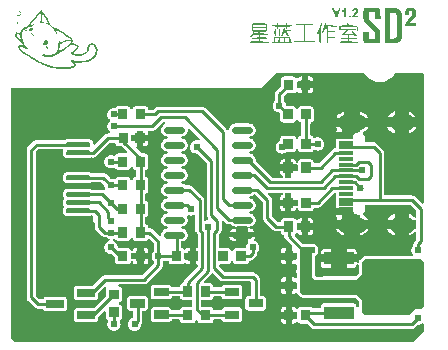
<source format=gtl>
G04 Layer: TopLayer*
G04 EasyEDA v6.4.25, 2021-11-23T22:34:31+08:00*
G04 edc2d8422afb4d2cae5fb123c77887e6,45ba98ba689c459a8d72e4540021d05b,10*
G04 Gerber Generator version 0.2*
G04 Scale: 100 percent, Rotated: No, Reflected: No *
G04 Dimensions in millimeters *
G04 leading zeros omitted , absolute positions ,4 integer and 5 decimal *
%FSLAX45Y45*%
%MOMM*%

%ADD10C,0.2540*%
%ADD11C,0.2500*%
%ADD12C,0.5600*%
%ADD13C,0.6096*%
%ADD14R,0.8000X0.9000*%
%ADD15R,1.2500X0.7000*%
%ADD16R,1.5000X0.7000*%
%ADD18R,0.8640X0.8065*%
%ADD19R,1.1500X0.3000*%
%ADD20R,2.5000X1.1000*%
%ADD22C,1.2500*%
%ADD23C,1.4000*%

%LPD*%
G36*
X1674215Y1050798D02*
G01*
X1670202Y1051458D01*
X1666798Y1053642D01*
X1664512Y1056995D01*
X1663700Y1060958D01*
X1663700Y1224534D01*
X1662887Y1232560D01*
X1660702Y1239774D01*
X1657146Y1246479D01*
X1652066Y1252677D01*
X1566113Y1338376D01*
X1559915Y1343456D01*
X1553210Y1347012D01*
X1545996Y1349197D01*
X1537970Y1350010D01*
X1513586Y1350010D01*
X1510487Y1350518D01*
X1507693Y1351889D01*
X1498904Y1358188D01*
X1490421Y1362100D01*
X1481328Y1364538D01*
X1477619Y1364894D01*
X1473504Y1366164D01*
X1470304Y1368958D01*
X1468577Y1372870D01*
X1468577Y1377137D01*
X1470304Y1381048D01*
X1473504Y1383842D01*
X1477619Y1385112D01*
X1481328Y1385468D01*
X1490421Y1387856D01*
X1498955Y1391869D01*
X1506626Y1397254D01*
X1513281Y1403858D01*
X1518666Y1411579D01*
X1522628Y1420063D01*
X1525066Y1429156D01*
X1525879Y1438503D01*
X1525066Y1447850D01*
X1522628Y1456944D01*
X1518666Y1465427D01*
X1513281Y1473149D01*
X1506626Y1479753D01*
X1498955Y1485138D01*
X1490421Y1489100D01*
X1481328Y1491538D01*
X1477619Y1491894D01*
X1473504Y1493164D01*
X1470304Y1495958D01*
X1468577Y1499870D01*
X1468577Y1504137D01*
X1470304Y1508048D01*
X1473504Y1510842D01*
X1477619Y1512112D01*
X1481328Y1512468D01*
X1490421Y1514856D01*
X1498955Y1518869D01*
X1506626Y1524254D01*
X1513281Y1530858D01*
X1518666Y1538579D01*
X1522628Y1547063D01*
X1525066Y1556156D01*
X1525879Y1565503D01*
X1525066Y1574850D01*
X1522628Y1583944D01*
X1518666Y1592427D01*
X1513281Y1600149D01*
X1506626Y1606753D01*
X1498955Y1612138D01*
X1490421Y1616100D01*
X1481328Y1618538D01*
X1477619Y1618894D01*
X1473504Y1620164D01*
X1470304Y1622958D01*
X1468577Y1626870D01*
X1468577Y1631137D01*
X1470304Y1635048D01*
X1473504Y1637842D01*
X1477619Y1639112D01*
X1481328Y1639468D01*
X1490421Y1641856D01*
X1498955Y1645869D01*
X1506626Y1651254D01*
X1513281Y1657857D01*
X1518666Y1665579D01*
X1522628Y1674164D01*
X1523695Y1677771D01*
X1525524Y1681327D01*
X1529638Y1684680D01*
X1527098Y1687779D01*
X1525930Y1691639D01*
X1525066Y1701850D01*
X1522628Y1710943D01*
X1518666Y1719427D01*
X1513281Y1727149D01*
X1506626Y1733753D01*
X1498955Y1739138D01*
X1490421Y1743100D01*
X1481328Y1745538D01*
X1477619Y1745894D01*
X1473504Y1747164D01*
X1470304Y1749958D01*
X1468577Y1753870D01*
X1468577Y1758137D01*
X1470304Y1762048D01*
X1473504Y1764842D01*
X1477619Y1766112D01*
X1481328Y1766468D01*
X1490421Y1768856D01*
X1498955Y1772869D01*
X1506626Y1778254D01*
X1513281Y1784857D01*
X1518666Y1792579D01*
X1522628Y1801063D01*
X1525016Y1810105D01*
X1525879Y1820773D01*
X1526946Y1824431D01*
X1529232Y1827479D01*
X1532534Y1829460D01*
X1536293Y1830120D01*
X1540052Y1829257D01*
X1543202Y1827123D01*
X1624025Y1746300D01*
X1626412Y1742592D01*
X1626971Y1738223D01*
X1625650Y1734057D01*
X1622653Y1730806D01*
X1618589Y1729130D01*
X1614220Y1729282D01*
X1609801Y1730502D01*
X1599996Y1731365D01*
X1590192Y1730502D01*
X1580743Y1727962D01*
X1571802Y1723796D01*
X1563776Y1718157D01*
X1556816Y1711198D01*
X1551178Y1703171D01*
X1547063Y1694281D01*
X1545894Y1689912D01*
X1544066Y1686306D01*
X1539900Y1682851D01*
X1542440Y1679752D01*
X1543558Y1675892D01*
X1544523Y1665224D01*
X1547063Y1655724D01*
X1551178Y1646834D01*
X1556816Y1638757D01*
X1563776Y1631848D01*
X1571802Y1626209D01*
X1580743Y1622044D01*
X1590192Y1619504D01*
X1599996Y1618640D01*
X1604264Y1618030D01*
X1607820Y1615694D01*
X1683308Y1540205D01*
X1685543Y1536903D01*
X1686306Y1532991D01*
X1686306Y1100277D01*
X1687017Y1092606D01*
X1689201Y1085342D01*
X1692706Y1078636D01*
X1697989Y1072083D01*
X1699971Y1068171D01*
X1700072Y1063802D01*
X1698396Y1059789D01*
X1695145Y1056843D01*
X1680718Y1052931D01*
X1678178Y1051763D01*
G37*

%LPD*%
G36*
X1289812Y919327D02*
G01*
X1285798Y920038D01*
X1282344Y922274D01*
X1227480Y976934D01*
X1221333Y982014D01*
X1214628Y985570D01*
X1207414Y987755D01*
X1200099Y988517D01*
X1196797Y989431D01*
X1193952Y991362D01*
X1191971Y994156D01*
X1190853Y998931D01*
X1188923Y1004417D01*
X1185875Y1009294D01*
X1181760Y1013409D01*
X1176883Y1016508D01*
X1170736Y1018641D01*
X1167180Y1020775D01*
X1164793Y1024128D01*
X1163929Y1028192D01*
X1163929Y1071778D01*
X1164793Y1075842D01*
X1167180Y1079246D01*
X1170736Y1081379D01*
X1176883Y1083513D01*
X1181760Y1086612D01*
X1185875Y1090676D01*
X1188923Y1095603D01*
X1190853Y1101039D01*
X1191564Y1107389D01*
X1191564Y1192631D01*
X1190853Y1198930D01*
X1188923Y1204417D01*
X1185875Y1209294D01*
X1181760Y1213408D01*
X1176883Y1216507D01*
X1170736Y1218641D01*
X1167180Y1220774D01*
X1164793Y1224127D01*
X1163929Y1228191D01*
X1163929Y1271778D01*
X1164793Y1275842D01*
X1167180Y1279245D01*
X1170736Y1281379D01*
X1176883Y1283512D01*
X1181760Y1286611D01*
X1185875Y1290675D01*
X1188923Y1295603D01*
X1190853Y1301038D01*
X1191564Y1307388D01*
X1191564Y1392631D01*
X1190853Y1398930D01*
X1188923Y1404416D01*
X1185875Y1409293D01*
X1181760Y1413408D01*
X1176883Y1416507D01*
X1170736Y1418640D01*
X1167180Y1420774D01*
X1164793Y1424127D01*
X1163929Y1428191D01*
X1163929Y1471777D01*
X1164793Y1475841D01*
X1167180Y1479245D01*
X1170736Y1481378D01*
X1176883Y1483512D01*
X1181760Y1486611D01*
X1185875Y1490675D01*
X1188923Y1495602D01*
X1190853Y1501038D01*
X1191564Y1507388D01*
X1191564Y1592630D01*
X1190853Y1598930D01*
X1188923Y1604416D01*
X1185875Y1609293D01*
X1181760Y1613408D01*
X1176883Y1616506D01*
X1171397Y1618386D01*
X1165098Y1619097D01*
X1139698Y1619097D01*
X1135837Y1619859D01*
X1132535Y1622094D01*
X1092860Y1661769D01*
X1090574Y1665274D01*
X1089914Y1669440D01*
X1090980Y1673555D01*
X1093622Y1676806D01*
X1093622Y1721154D01*
X1056081Y1721154D01*
X1052169Y1721916D01*
X1048918Y1724101D01*
X1046683Y1727403D01*
X1045921Y1731314D01*
X1045921Y1768703D01*
X1046683Y1772564D01*
X1048918Y1775866D01*
X1052169Y1778050D01*
X1056081Y1778863D01*
X1093622Y1778863D01*
X1093622Y1801114D01*
X1094435Y1805025D01*
X1096619Y1808276D01*
X1099921Y1810512D01*
X1103782Y1811274D01*
X1136192Y1811274D01*
X1140053Y1810512D01*
X1143355Y1808276D01*
X1145590Y1805025D01*
X1146352Y1801114D01*
X1146352Y1778863D01*
X1185875Y1778863D01*
X1185875Y1794408D01*
X1185265Y1799996D01*
X1185672Y1804212D01*
X1187805Y1807870D01*
X1191209Y1810410D01*
X1195374Y1811274D01*
X1224280Y1811274D01*
X1232306Y1812086D01*
X1239520Y1814271D01*
X1246225Y1817827D01*
X1252423Y1822957D01*
X1296924Y1867407D01*
X1300480Y1869744D01*
X1302918Y1870100D01*
X1303274Y1872488D01*
X1305610Y1876094D01*
X1312976Y1883460D01*
X1316278Y1885696D01*
X1320190Y1886457D01*
X1324254Y1886457D01*
X1328115Y1885696D01*
X1331366Y1883562D01*
X1333601Y1880362D01*
X1334414Y1876552D01*
X1333804Y1872691D01*
X1331722Y1869389D01*
X1328572Y1867103D01*
X1326540Y1866138D01*
X1318615Y1860600D01*
X1314043Y1858924D01*
X1312418Y1854403D01*
X1306830Y1846427D01*
X1302867Y1837943D01*
X1300429Y1828850D01*
X1299616Y1819503D01*
X1300429Y1810156D01*
X1302867Y1801063D01*
X1306830Y1792579D01*
X1312214Y1784857D01*
X1318869Y1778254D01*
X1326540Y1772869D01*
X1335074Y1768856D01*
X1344168Y1766468D01*
X1347876Y1766112D01*
X1351991Y1764842D01*
X1355191Y1762048D01*
X1356918Y1758137D01*
X1356918Y1753870D01*
X1355191Y1749958D01*
X1351991Y1747164D01*
X1347876Y1745894D01*
X1344168Y1745538D01*
X1335074Y1743100D01*
X1326540Y1739138D01*
X1318869Y1733753D01*
X1312214Y1727149D01*
X1306830Y1719427D01*
X1302867Y1710943D01*
X1300429Y1701850D01*
X1299616Y1692503D01*
X1300429Y1683156D01*
X1302867Y1674063D01*
X1306830Y1665579D01*
X1312214Y1657857D01*
X1318869Y1651254D01*
X1326540Y1645869D01*
X1335074Y1641856D01*
X1344168Y1639468D01*
X1347876Y1639112D01*
X1351991Y1637842D01*
X1355191Y1635048D01*
X1356918Y1631137D01*
X1356918Y1626870D01*
X1355191Y1622958D01*
X1351991Y1620164D01*
X1347876Y1618894D01*
X1344168Y1618538D01*
X1335074Y1616100D01*
X1326540Y1612138D01*
X1318869Y1606753D01*
X1312214Y1600149D01*
X1306830Y1592427D01*
X1302867Y1583944D01*
X1300429Y1574850D01*
X1299616Y1565503D01*
X1300429Y1556156D01*
X1302867Y1547063D01*
X1306830Y1538579D01*
X1312214Y1530858D01*
X1318869Y1524254D01*
X1326540Y1518869D01*
X1335074Y1514856D01*
X1344168Y1512468D01*
X1347876Y1512112D01*
X1351991Y1510842D01*
X1355191Y1508048D01*
X1356918Y1504137D01*
X1356918Y1499870D01*
X1355191Y1495958D01*
X1351991Y1493164D01*
X1347876Y1491894D01*
X1344168Y1491538D01*
X1335074Y1489100D01*
X1326540Y1485138D01*
X1318869Y1479753D01*
X1312214Y1473149D01*
X1306830Y1465427D01*
X1302867Y1456944D01*
X1300429Y1447850D01*
X1299616Y1438503D01*
X1300429Y1429156D01*
X1302867Y1420063D01*
X1306830Y1411579D01*
X1312214Y1403858D01*
X1318869Y1397254D01*
X1326540Y1391869D01*
X1335074Y1387856D01*
X1344168Y1385468D01*
X1347876Y1385112D01*
X1351991Y1383842D01*
X1355191Y1381048D01*
X1356918Y1377137D01*
X1356918Y1372870D01*
X1355191Y1368958D01*
X1351991Y1366164D01*
X1347876Y1364894D01*
X1344168Y1364538D01*
X1335074Y1362100D01*
X1326540Y1358138D01*
X1318869Y1352753D01*
X1312214Y1346149D01*
X1306830Y1338427D01*
X1302867Y1329944D01*
X1300429Y1320850D01*
X1299616Y1311503D01*
X1300429Y1302156D01*
X1302867Y1293063D01*
X1306830Y1284579D01*
X1312214Y1276858D01*
X1318869Y1270254D01*
X1326540Y1264869D01*
X1335074Y1260856D01*
X1344168Y1258468D01*
X1347876Y1258112D01*
X1351991Y1256842D01*
X1355191Y1254048D01*
X1356918Y1250137D01*
X1356918Y1245870D01*
X1355191Y1241958D01*
X1351991Y1239164D01*
X1347876Y1237894D01*
X1344168Y1237538D01*
X1335074Y1235100D01*
X1326540Y1231138D01*
X1318869Y1225753D01*
X1312214Y1219149D01*
X1306830Y1211427D01*
X1302867Y1202944D01*
X1300429Y1193850D01*
X1299616Y1184503D01*
X1300429Y1175156D01*
X1302867Y1166063D01*
X1306830Y1157579D01*
X1312214Y1149858D01*
X1318869Y1143254D01*
X1326540Y1137869D01*
X1335074Y1133856D01*
X1344168Y1131468D01*
X1347876Y1131112D01*
X1351991Y1129842D01*
X1355191Y1127048D01*
X1356918Y1123137D01*
X1356918Y1118870D01*
X1355191Y1114958D01*
X1351991Y1112164D01*
X1347876Y1110894D01*
X1344168Y1110538D01*
X1335074Y1108100D01*
X1326540Y1104138D01*
X1318869Y1098753D01*
X1312214Y1092149D01*
X1306830Y1084427D01*
X1302867Y1075944D01*
X1300429Y1066850D01*
X1299616Y1057503D01*
X1300429Y1048156D01*
X1302867Y1039063D01*
X1306830Y1030579D01*
X1312214Y1022858D01*
X1318869Y1016253D01*
X1326540Y1010869D01*
X1335074Y1006856D01*
X1344168Y1004468D01*
X1347876Y1004112D01*
X1351991Y1002842D01*
X1355191Y1000048D01*
X1356918Y996137D01*
X1356918Y991869D01*
X1355191Y987958D01*
X1351991Y985164D01*
X1347876Y983894D01*
X1344168Y983538D01*
X1335074Y981100D01*
X1326540Y977137D01*
X1318869Y971753D01*
X1312214Y965149D01*
X1306830Y957427D01*
X1302867Y948944D01*
X1300429Y939850D01*
X1299159Y926287D01*
X1297127Y922731D01*
X1293825Y920292D01*
G37*

%LPC*%
G36*
X1146352Y1679092D02*
G01*
X1159408Y1679092D01*
X1165758Y1679803D01*
X1171194Y1681734D01*
X1176121Y1684782D01*
X1180185Y1688896D01*
X1183284Y1693773D01*
X1185164Y1699260D01*
X1185875Y1705559D01*
X1185875Y1721154D01*
X1146352Y1721154D01*
G37*

%LPD*%
G36*
X2614930Y575919D02*
G01*
X2611069Y576681D01*
X2607767Y578866D01*
X2603906Y582777D01*
X2601671Y586028D01*
X2600909Y589940D01*
X2600909Y744321D01*
X2601417Y747522D01*
X2602941Y750366D01*
X2605227Y752652D01*
X2611221Y756818D01*
X2618181Y763778D01*
X2623820Y771804D01*
X2627934Y780745D01*
X2630474Y790194D01*
X2631338Y799998D01*
X2630474Y809802D01*
X2627934Y819251D01*
X2623820Y828192D01*
X2618181Y836218D01*
X2611221Y843178D01*
X2603195Y848817D01*
X2594254Y852932D01*
X2584805Y855471D01*
X2575001Y856335D01*
X2565196Y855471D01*
X2555748Y852932D01*
X2553411Y851865D01*
X2549093Y850900D01*
X2507894Y850900D01*
X2504033Y851662D01*
X2500731Y853897D01*
X2435098Y919480D01*
X2432913Y922782D01*
X2432151Y926693D01*
X2432913Y930605D01*
X2435148Y933907D01*
X2440228Y938936D01*
X2441397Y940765D01*
X2444191Y943711D01*
X2447950Y945337D01*
X2452014Y945337D01*
X2455773Y943711D01*
X2458618Y940765D01*
X2459786Y938885D01*
X2463901Y934770D01*
X2468778Y931722D01*
X2474214Y929792D01*
X2480564Y929081D01*
X2493619Y929081D01*
X2493619Y971143D01*
X2456078Y971143D01*
X2452166Y971905D01*
X2448915Y974140D01*
X2446680Y977442D01*
X2445918Y981303D01*
X2445918Y1018692D01*
X2446680Y1022553D01*
X2448915Y1025855D01*
X2452166Y1028090D01*
X2456078Y1028852D01*
X2493619Y1028852D01*
X2493619Y1070914D01*
X2480564Y1070914D01*
X2474214Y1070203D01*
X2468778Y1068273D01*
X2463901Y1065225D01*
X2459786Y1061110D01*
X2458618Y1059230D01*
X2455773Y1056284D01*
X2452014Y1054709D01*
X2447950Y1054709D01*
X2444191Y1056284D01*
X2441397Y1059230D01*
X2440228Y1061110D01*
X2436114Y1065225D01*
X2431237Y1068273D01*
X2425750Y1070203D01*
X2419451Y1070914D01*
X2340559Y1070914D01*
X2334260Y1070203D01*
X2328773Y1068273D01*
X2323896Y1065225D01*
X2319782Y1061110D01*
X2316734Y1056233D01*
X2314803Y1050747D01*
X2314448Y1047648D01*
X2313381Y1044092D01*
X2311146Y1041196D01*
X2307996Y1039266D01*
X2304389Y1038606D01*
X2295194Y1038606D01*
X2291334Y1039368D01*
X2288032Y1041603D01*
X2241600Y1088034D01*
X2239365Y1091336D01*
X2238603Y1095197D01*
X2238603Y1224483D01*
X2237841Y1232509D01*
X2235606Y1239774D01*
X2232050Y1246428D01*
X2226970Y1252626D01*
X2210409Y1269187D01*
X2208225Y1272438D01*
X2207463Y1276350D01*
X2208225Y1280261D01*
X2210409Y1283512D01*
X2213711Y1285748D01*
X2217623Y1286510D01*
X2320594Y1286510D01*
X2324557Y1285697D01*
X2327859Y1283411D01*
X2330043Y1280007D01*
X2330704Y1276045D01*
X2329789Y1272082D01*
X2327402Y1268831D01*
X2323134Y1266494D01*
X2318258Y1263396D01*
X2314143Y1259332D01*
X2311044Y1254404D01*
X2309164Y1248968D01*
X2308453Y1242618D01*
X2308453Y1227937D01*
X2348179Y1227937D01*
X2348179Y1276350D01*
X2348941Y1280261D01*
X2351125Y1283512D01*
X2354427Y1285748D01*
X2358339Y1286510D01*
X2391003Y1286510D01*
X2394915Y1285748D01*
X2398217Y1283512D01*
X2400401Y1280261D01*
X2401163Y1276350D01*
X2401163Y1227937D01*
X2448915Y1227937D01*
X2452827Y1227175D01*
X2456129Y1224991D01*
X2458313Y1221689D01*
X2459075Y1217777D01*
X2459075Y1182217D01*
X2458313Y1178306D01*
X2456129Y1175004D01*
X2452827Y1172819D01*
X2448915Y1172057D01*
X2401163Y1172057D01*
X2401163Y1130909D01*
X2414422Y1130909D01*
X2420772Y1131620D01*
X2426208Y1133500D01*
X2431135Y1136599D01*
X2435199Y1140663D01*
X2438298Y1145590D01*
X2440432Y1151686D01*
X2442565Y1155192D01*
X2445918Y1157630D01*
X2449982Y1158443D01*
X2454046Y1157630D01*
X2457450Y1155192D01*
X2459583Y1151686D01*
X2461717Y1145590D01*
X2464816Y1140663D01*
X2468880Y1136599D01*
X2473807Y1133500D01*
X2479243Y1131620D01*
X2485593Y1130909D01*
X2565095Y1130909D01*
X2571394Y1131620D01*
X2576880Y1133500D01*
X2581757Y1136599D01*
X2585872Y1140663D01*
X2588920Y1145590D01*
X2590850Y1151026D01*
X2592070Y1155903D01*
X2594305Y1158798D01*
X2597454Y1160729D01*
X2601112Y1161389D01*
X2624480Y1161389D01*
X2632506Y1162202D01*
X2639771Y1164386D01*
X2646426Y1167942D01*
X2652674Y1173073D01*
X2762707Y1283106D01*
X2766009Y1285341D01*
X2769920Y1286103D01*
X2773781Y1285341D01*
X2777083Y1283106D01*
X2779318Y1279855D01*
X2780080Y1275943D01*
X2780080Y1260551D01*
X2780792Y1254252D01*
X2781655Y1249984D01*
X2780792Y1245768D01*
X2780080Y1239418D01*
X2780080Y1180592D01*
X2780792Y1174242D01*
X2781655Y1169974D01*
X2780792Y1165758D01*
X2780080Y1158849D01*
X2788462Y1158849D01*
X2791256Y1158443D01*
X2794762Y1156716D01*
X2800248Y1154785D01*
X2806547Y1154074D01*
X2904896Y1154074D01*
X2909214Y1153160D01*
X2912668Y1150467D01*
X2914700Y1146556D01*
X2915412Y1143965D01*
X2915716Y1140256D01*
X2914700Y1136700D01*
X2912414Y1133754D01*
X2909265Y1131824D01*
X2905607Y1131163D01*
X2898597Y1131163D01*
X2898597Y1128826D01*
X2917037Y1128826D01*
X2921406Y1127861D01*
X2924911Y1125067D01*
X2929331Y1119632D01*
X2936748Y1113078D01*
X2945180Y1107897D01*
X2954375Y1104188D01*
X2964078Y1102106D01*
X2973120Y1101750D01*
X2976880Y1100836D01*
X2980029Y1098600D01*
X2982112Y1095349D01*
X2982823Y1091590D01*
X2982823Y1055116D01*
X3053892Y1055116D01*
X3048355Y1065276D01*
X3040786Y1075385D01*
X3031845Y1084275D01*
X3021787Y1091844D01*
X3010052Y1098245D01*
X3006953Y1100836D01*
X3005124Y1104442D01*
X3004870Y1108506D01*
X3006191Y1112316D01*
X3016910Y1123340D01*
X3022447Y1131519D01*
X3026511Y1140561D01*
X3029000Y1150162D01*
X3029864Y1160018D01*
X3029000Y1169873D01*
X3028035Y1173683D01*
X3027730Y1177340D01*
X3028797Y1180896D01*
X3031083Y1183792D01*
X3034233Y1185722D01*
X3037840Y1186383D01*
X3404768Y1186434D01*
X3408679Y1185672D01*
X3411931Y1183487D01*
X3458514Y1137056D01*
X3460750Y1133754D01*
X3461512Y1129842D01*
X3461461Y1087069D01*
X3460648Y1083005D01*
X3458260Y1079652D01*
X3454704Y1077518D01*
X3450640Y1076960D01*
X3446627Y1078077D01*
X3443427Y1080668D01*
X3441598Y1082954D01*
X3432048Y1091895D01*
X3421329Y1099413D01*
X3409696Y1105458D01*
X3397402Y1109827D01*
X3395370Y1110234D01*
X3395370Y1058824D01*
X3451301Y1058824D01*
X3455212Y1058062D01*
X3458514Y1055878D01*
X3460699Y1052576D01*
X3461461Y1048664D01*
X3461461Y986282D01*
X3460648Y982421D01*
X3458464Y979119D01*
X3455162Y976934D01*
X3451301Y976172D01*
X3395370Y976172D01*
X3395370Y924763D01*
X3397402Y925169D01*
X3409696Y929538D01*
X3421329Y935583D01*
X3432048Y943102D01*
X3441598Y952042D01*
X3443376Y954278D01*
X3446576Y956868D01*
X3450590Y957986D01*
X3454654Y957427D01*
X3458210Y955294D01*
X3460597Y951890D01*
X3461410Y947826D01*
X3461410Y895197D01*
X3460648Y891336D01*
X3458413Y888034D01*
X3448050Y877671D01*
X3442919Y871423D01*
X3439363Y864768D01*
X3437178Y857503D01*
X3436416Y849528D01*
X3436416Y845007D01*
X3435604Y841095D01*
X3433419Y837793D01*
X3431844Y836218D01*
X3426206Y828192D01*
X3422040Y819251D01*
X3419500Y809802D01*
X3418636Y799998D01*
X3419500Y790194D01*
X3422040Y780745D01*
X3426206Y771804D01*
X3429660Y766876D01*
X3431336Y762812D01*
X3431133Y758444D01*
X3429101Y754532D01*
X3425647Y751840D01*
X3421329Y750925D01*
X3025292Y750925D01*
X3019247Y750265D01*
X3013760Y748334D01*
X3008833Y745236D01*
X3006496Y743102D01*
X2981858Y718515D01*
X2978099Y713790D01*
X2975559Y708558D01*
X2974797Y705916D01*
X2974136Y701090D01*
X2972866Y697382D01*
X2970276Y694436D01*
X2966770Y692658D01*
X2962859Y692404D01*
X2959100Y693623D01*
X2956102Y696163D01*
X2871876Y696163D01*
X2871876Y649071D01*
X2927451Y649071D01*
X2933750Y649782D01*
X2939237Y651713D01*
X2944114Y654812D01*
X2948228Y658876D01*
X2951276Y663803D01*
X2953207Y669239D01*
X2953816Y674928D01*
X2955239Y679043D01*
X2958236Y682193D01*
X2962300Y683818D01*
X2966669Y683564D01*
X2970530Y681482D01*
X2973171Y678027D01*
X2974086Y673760D01*
X2974086Y614934D01*
X2973324Y611073D01*
X2971139Y607771D01*
X2945536Y582168D01*
X2942386Y580034D01*
X2938729Y579221D01*
X2933750Y580186D01*
X2927451Y580898D01*
X2678582Y580898D01*
X2672232Y580186D01*
X2666796Y578307D01*
X2662885Y576326D01*
X2660091Y575919D01*
G37*

%LPC*%
G36*
X2780080Y1128826D02*
G01*
X2828391Y1128826D01*
X2828391Y1131163D01*
X2780080Y1131163D01*
G37*
G36*
X2546350Y1028852D02*
G01*
X2585923Y1028852D01*
X2585923Y1044448D01*
X2585161Y1050747D01*
X2583281Y1056233D01*
X2580182Y1061110D01*
X2576118Y1065225D01*
X2571191Y1068273D01*
X2565755Y1070203D01*
X2559405Y1070914D01*
X2546350Y1070914D01*
G37*
G36*
X2678582Y649071D02*
G01*
X2734157Y649071D01*
X2734157Y696163D01*
X2652115Y696163D01*
X2652115Y675589D01*
X2652826Y669239D01*
X2654706Y663803D01*
X2657805Y658876D01*
X2661869Y654812D01*
X2666796Y651713D01*
X2672232Y649782D01*
G37*
G36*
X2850134Y929741D02*
G01*
X2850134Y979881D01*
X2779064Y979881D01*
X2784652Y969721D01*
X2792171Y959612D01*
X2801112Y950721D01*
X2811221Y943152D01*
X2822244Y937107D01*
X2834081Y932687D01*
X2846425Y929995D01*
G37*
G36*
X2982823Y929741D02*
G01*
X2986582Y929995D01*
X2998876Y932687D01*
X3010712Y937107D01*
X3021787Y943152D01*
X3031845Y950721D01*
X3040786Y959612D01*
X3048355Y969721D01*
X3053892Y979881D01*
X2982823Y979881D01*
G37*
G36*
X2546350Y929081D02*
G01*
X2559405Y929081D01*
X2565755Y929792D01*
X2571191Y931722D01*
X2576118Y934770D01*
X2580182Y938885D01*
X2583281Y943762D01*
X2585161Y949248D01*
X2585923Y955548D01*
X2585923Y971143D01*
X2546350Y971143D01*
G37*
G36*
X3277666Y924763D02*
G01*
X3277666Y976172D01*
X3215182Y976172D01*
X3216402Y973378D01*
X3223158Y962202D01*
X3231438Y952042D01*
X3240989Y943102D01*
X3251708Y935583D01*
X3263290Y929538D01*
X3275634Y925169D01*
G37*
G36*
X2871876Y763828D02*
G01*
X2953918Y763828D01*
X2953918Y784402D01*
X2953207Y790752D01*
X2951276Y796188D01*
X2948228Y801116D01*
X2944114Y805180D01*
X2939237Y808278D01*
X2933750Y810209D01*
X2927451Y810920D01*
X2871876Y810920D01*
G37*
G36*
X2652115Y763828D02*
G01*
X2734157Y763828D01*
X2734157Y810920D01*
X2678582Y810920D01*
X2672232Y810209D01*
X2666796Y808278D01*
X2661869Y805180D01*
X2657805Y801116D01*
X2654706Y796188D01*
X2652826Y790752D01*
X2652115Y784402D01*
G37*
G36*
X2334920Y1130909D02*
G01*
X2348179Y1130909D01*
X2348179Y1172057D01*
X2308453Y1172057D01*
X2308453Y1157376D01*
X2309164Y1151026D01*
X2311044Y1145590D01*
X2314143Y1140663D01*
X2318258Y1136599D01*
X2323134Y1133500D01*
X2328621Y1131620D01*
G37*
G36*
X3215182Y1058824D02*
G01*
X3277666Y1058824D01*
X3277666Y1110234D01*
X3275634Y1109827D01*
X3263290Y1105458D01*
X3251708Y1099413D01*
X3240989Y1091895D01*
X3231438Y1082954D01*
X3223158Y1072794D01*
X3216402Y1061618D01*
G37*
G36*
X2779064Y1055116D02*
G01*
X2833827Y1055116D01*
X2831338Y1056741D01*
X2829153Y1060043D01*
X2828391Y1063955D01*
X2828391Y1101140D01*
X2780080Y1101140D01*
X2780792Y1094232D01*
X2782671Y1088796D01*
X2785770Y1083868D01*
X2788920Y1079855D01*
X2789834Y1076350D01*
X2789428Y1072743D01*
X2787802Y1069543D01*
X2784652Y1065276D01*
G37*

%LPD*%
G36*
X64922Y25908D02*
G01*
X61061Y26670D01*
X57759Y28905D01*
X28905Y57759D01*
X26670Y61061D01*
X25908Y64922D01*
X25908Y2164842D01*
X26670Y2168702D01*
X28905Y2172004D01*
X32156Y2174240D01*
X36068Y2175002D01*
X2148992Y2175002D01*
X2150719Y2175713D01*
X2272030Y2297023D01*
X2275332Y2299208D01*
X2279192Y2300020D01*
X3013303Y2300020D01*
X3016605Y2299462D01*
X3019501Y2297887D01*
X3021787Y2295499D01*
X3026765Y2287981D01*
X3031998Y2280920D01*
X3038703Y2273198D01*
X3043224Y2268372D01*
X3055823Y2257094D01*
X3067558Y2248662D01*
X3070758Y2246630D01*
X3084525Y2239060D01*
X3100324Y2232507D01*
X3105200Y2230932D01*
X3116478Y2227884D01*
X3123692Y2226462D01*
X3133090Y2225040D01*
X3142640Y2224328D01*
X3149955Y2224074D01*
X3161639Y2224582D01*
X3166872Y2225040D01*
X3176270Y2226462D01*
X3183534Y2227884D01*
X3194812Y2230932D01*
X3199739Y2232507D01*
X3215335Y2238959D01*
X3230270Y2247239D01*
X3244189Y2257094D01*
X3256737Y2268372D01*
X3261309Y2273198D01*
X3268014Y2280920D01*
X3273247Y2287981D01*
X3278225Y2295499D01*
X3280511Y2297887D01*
X3283407Y2299462D01*
X3286658Y2300020D01*
X3513937Y2300020D01*
X3517798Y2299208D01*
X3521100Y2297023D01*
X3523335Y2293721D01*
X3524097Y2289860D01*
X3524097Y1205179D01*
X3523335Y1201318D01*
X3521100Y1198016D01*
X3517849Y1195832D01*
X3513937Y1195019D01*
X3510076Y1195781D01*
X3506774Y1198016D01*
X3452520Y1252016D01*
X3446373Y1257096D01*
X3439668Y1260652D01*
X3432454Y1262837D01*
X3424428Y1263650D01*
X3198774Y1263650D01*
X3194862Y1264412D01*
X3191560Y1266647D01*
X3189376Y1269898D01*
X3188614Y1273810D01*
X3188614Y1624482D01*
X3187801Y1632508D01*
X3185617Y1639773D01*
X3182061Y1646428D01*
X3176930Y1652625D01*
X3127654Y1701952D01*
X3121406Y1707032D01*
X3114751Y1710639D01*
X3107537Y1712823D01*
X3099511Y1713585D01*
X3037840Y1713585D01*
X3034233Y1714246D01*
X3031083Y1716176D01*
X3028797Y1719122D01*
X3027730Y1722628D01*
X3028035Y1726336D01*
X3029000Y1730146D01*
X3029864Y1740001D01*
X3029000Y1749856D01*
X3026511Y1759457D01*
X3022447Y1768449D01*
X3016910Y1776679D01*
X3006140Y1787702D01*
X3004870Y1791512D01*
X3005124Y1795576D01*
X3006953Y1799132D01*
X3010052Y1801774D01*
X3021787Y1808124D01*
X3031845Y1815693D01*
X3040786Y1824634D01*
X3048355Y1834692D01*
X3053892Y1844903D01*
X2982823Y1844903D01*
X2982823Y1808429D01*
X2982112Y1804619D01*
X2980029Y1801418D01*
X2976880Y1799183D01*
X2973120Y1798269D01*
X2964078Y1797913D01*
X2954375Y1795780D01*
X2945180Y1792122D01*
X2936748Y1786940D01*
X2929331Y1780387D01*
X2924911Y1774952D01*
X2921406Y1772157D01*
X2917037Y1771142D01*
X2898597Y1771142D01*
X2898597Y1768856D01*
X2905607Y1768856D01*
X2909265Y1768195D01*
X2912414Y1766214D01*
X2914700Y1763268D01*
X2915716Y1759712D01*
X2915412Y1756054D01*
X2914700Y1753412D01*
X2912668Y1749552D01*
X2909214Y1746859D01*
X2904896Y1745894D01*
X2806547Y1745894D01*
X2800248Y1745183D01*
X2794762Y1743303D01*
X2791256Y1741525D01*
X2788462Y1741170D01*
X2780080Y1741170D01*
X2780792Y1734261D01*
X2781655Y1729993D01*
X2780792Y1725726D01*
X2780080Y1719427D01*
X2780080Y1673250D01*
X2779369Y1669592D01*
X2777439Y1666443D01*
X2774492Y1664207D01*
X2770886Y1663141D01*
X2767482Y1662836D01*
X2760268Y1660652D01*
X2753614Y1657045D01*
X2747365Y1651965D01*
X2636977Y1541576D01*
X2633675Y1539392D01*
X2629814Y1538579D01*
X2601112Y1538579D01*
X2597454Y1539290D01*
X2594305Y1541170D01*
X2592070Y1544116D01*
X2590850Y1548942D01*
X2588920Y1554429D01*
X2585872Y1559306D01*
X2581757Y1563420D01*
X2576880Y1566468D01*
X2571394Y1568399D01*
X2565095Y1569110D01*
X2485593Y1569110D01*
X2479243Y1568399D01*
X2473807Y1566468D01*
X2468880Y1563420D01*
X2464816Y1559306D01*
X2461717Y1554429D01*
X2459583Y1548333D01*
X2457450Y1544777D01*
X2454046Y1542389D01*
X2449982Y1541526D01*
X2445918Y1542389D01*
X2442565Y1544777D01*
X2440432Y1548333D01*
X2438298Y1554429D01*
X2435199Y1559306D01*
X2431135Y1563420D01*
X2426208Y1566468D01*
X2420772Y1568399D01*
X2414422Y1569110D01*
X2401163Y1569110D01*
X2401163Y1527962D01*
X2448915Y1527962D01*
X2452827Y1527200D01*
X2456129Y1524965D01*
X2458313Y1521663D01*
X2459075Y1517802D01*
X2459075Y1482191D01*
X2458313Y1478330D01*
X2456129Y1475028D01*
X2452827Y1472844D01*
X2448915Y1472031D01*
X2401163Y1472031D01*
X2401163Y1423670D01*
X2400401Y1419758D01*
X2398217Y1416507D01*
X2394915Y1414272D01*
X2391003Y1413510D01*
X2358339Y1413510D01*
X2354427Y1414272D01*
X2351125Y1416507D01*
X2348941Y1419758D01*
X2348179Y1423670D01*
X2348179Y1472031D01*
X2308453Y1472031D01*
X2308453Y1457350D01*
X2309164Y1451051D01*
X2311044Y1445564D01*
X2314143Y1440688D01*
X2318258Y1436573D01*
X2327351Y1431188D01*
X2329738Y1427937D01*
X2330653Y1423974D01*
X2329992Y1420012D01*
X2327808Y1416608D01*
X2324455Y1414322D01*
X2320493Y1413510D01*
X2245258Y1413510D01*
X2241346Y1414272D01*
X2238044Y1416507D01*
X2102815Y1551736D01*
X2100427Y1555445D01*
X2099868Y1559814D01*
X2100376Y1565503D01*
X2099564Y1574850D01*
X2097125Y1583944D01*
X2093163Y1592427D01*
X2087778Y1600149D01*
X2081123Y1606753D01*
X2073452Y1612138D01*
X2064918Y1616100D01*
X2055875Y1618538D01*
X2052116Y1618894D01*
X2048002Y1620164D01*
X2044801Y1622958D01*
X2043074Y1626870D01*
X2043074Y1631137D01*
X2044801Y1635048D01*
X2048002Y1637842D01*
X2052116Y1639112D01*
X2055875Y1639468D01*
X2064918Y1641856D01*
X2073452Y1645869D01*
X2081123Y1651254D01*
X2087778Y1657857D01*
X2093163Y1665579D01*
X2097125Y1674063D01*
X2099564Y1683156D01*
X2100376Y1692503D01*
X2099564Y1701850D01*
X2097125Y1710943D01*
X2093163Y1719427D01*
X2087778Y1727149D01*
X2081123Y1733753D01*
X2073452Y1739138D01*
X2064918Y1743100D01*
X2055875Y1745538D01*
X2052116Y1745894D01*
X2048002Y1747164D01*
X2044801Y1749958D01*
X2043074Y1753870D01*
X2043074Y1758137D01*
X2044801Y1762048D01*
X2048002Y1764842D01*
X2052116Y1766112D01*
X2055875Y1766468D01*
X2064918Y1768856D01*
X2073452Y1772869D01*
X2081123Y1778254D01*
X2087778Y1784857D01*
X2093163Y1792579D01*
X2097125Y1801063D01*
X2099564Y1810156D01*
X2100376Y1819503D01*
X2099564Y1828850D01*
X2097125Y1837943D01*
X2093163Y1846427D01*
X2087778Y1854149D01*
X2081123Y1860753D01*
X2073452Y1866138D01*
X2064918Y1870100D01*
X2055875Y1872538D01*
X2046071Y1873402D01*
X1928418Y1873402D01*
X1918665Y1872538D01*
X1909572Y1870100D01*
X1901088Y1866138D01*
X1893366Y1860753D01*
X1886712Y1854149D01*
X1881327Y1846427D01*
X1877364Y1837943D01*
X1874926Y1828850D01*
X1873707Y1823516D01*
X1871218Y1820418D01*
X1867712Y1818538D01*
X1863750Y1818081D01*
X1859940Y1819249D01*
X1856841Y1821789D01*
X1851914Y1827733D01*
X1677619Y2002028D01*
X1671421Y2007158D01*
X1664716Y2010714D01*
X1657502Y2012899D01*
X1649475Y2013712D01*
X1275588Y2013712D01*
X1267561Y2012899D01*
X1260348Y2010714D01*
X1253642Y2007158D01*
X1247444Y2002028D01*
X1236929Y1991563D01*
X1233627Y1989328D01*
X1229715Y1988566D01*
X1201115Y1988566D01*
X1197457Y1989226D01*
X1194308Y1991156D01*
X1192072Y1994052D01*
X1190853Y1998929D01*
X1188923Y2004415D01*
X1185875Y2009292D01*
X1181760Y2013407D01*
X1176883Y2016506D01*
X1171397Y2018385D01*
X1165098Y2019096D01*
X1085596Y2019096D01*
X1079246Y2018385D01*
X1073810Y2016506D01*
X1068882Y2013407D01*
X1064818Y2009292D01*
X1061720Y2004415D01*
X1059586Y1998319D01*
X1057452Y1994763D01*
X1054049Y1992375D01*
X1049985Y1991512D01*
X1045921Y1992375D01*
X1042568Y1994763D01*
X1040434Y1998319D01*
X1038301Y2004415D01*
X1035202Y2009292D01*
X1031138Y2013407D01*
X1026210Y2016506D01*
X1020775Y2018385D01*
X1014425Y2019096D01*
X934923Y2019096D01*
X928624Y2018385D01*
X923137Y2016506D01*
X918260Y2013407D01*
X913637Y2008784D01*
X909929Y2006447D01*
X905560Y2005888D01*
X900023Y2006346D01*
X890219Y2005482D01*
X880719Y2002942D01*
X871829Y1998776D01*
X863803Y1993188D01*
X856843Y1986229D01*
X851204Y1978152D01*
X847039Y1969262D01*
X844499Y1959762D01*
X843635Y1950008D01*
X844499Y1940204D01*
X847039Y1930704D01*
X851204Y1921814D01*
X856843Y1913788D01*
X863447Y1907184D01*
X865632Y1903882D01*
X866394Y1900021D01*
X865632Y1896110D01*
X863447Y1892807D01*
X856843Y1886204D01*
X851204Y1878177D01*
X847039Y1869287D01*
X844499Y1859788D01*
X843635Y1849983D01*
X844499Y1840230D01*
X847039Y1830730D01*
X851204Y1821840D01*
X856792Y1813814D01*
X864717Y1805990D01*
X866952Y1802688D01*
X867765Y1798828D01*
X867003Y1794916D01*
X864768Y1791614D01*
X861466Y1789379D01*
X857605Y1788617D01*
X850493Y1788617D01*
X842467Y1787804D01*
X835253Y1785620D01*
X828598Y1782064D01*
X822350Y1776933D01*
X742746Y1697329D01*
X739597Y1695196D01*
X735888Y1694383D01*
X732129Y1694942D01*
X728827Y1696923D01*
X726490Y1699920D01*
X725424Y1703578D01*
X724865Y1709877D01*
X723239Y1715160D01*
X720699Y1721307D01*
X718718Y1725015D01*
X717651Y1728114D01*
X717651Y1731467D01*
X718972Y1735023D01*
X716991Y1733854D01*
X712825Y1733296D01*
X708863Y1734464D01*
X706018Y1735988D01*
X699871Y1738528D01*
X694537Y1740154D01*
X689000Y1740712D01*
X506780Y1740712D01*
X501243Y1740154D01*
X495909Y1738528D01*
X489712Y1735988D01*
X486867Y1734464D01*
X482854Y1733346D01*
X478739Y1733854D01*
X475183Y1736039D01*
X472795Y1739392D01*
X472236Y1742186D01*
X471373Y1739036D01*
X469138Y1735988D01*
X465937Y1734007D01*
X462229Y1733296D01*
X245364Y1733296D01*
X237439Y1732534D01*
X230225Y1730349D01*
X223520Y1726793D01*
X217271Y1721713D01*
X173024Y1677720D01*
X167894Y1671472D01*
X164338Y1664817D01*
X162102Y1657604D01*
X161290Y1649475D01*
X161290Y400558D01*
X162102Y392531D01*
X164287Y385318D01*
X167843Y378612D01*
X172974Y372414D01*
X227634Y317754D01*
X233832Y312623D01*
X240538Y309067D01*
X247751Y306882D01*
X255778Y306070D01*
X293370Y306070D01*
X297434Y305206D01*
X300837Y302818D01*
X303225Y298500D01*
X306324Y293573D01*
X310438Y289509D01*
X315315Y286410D01*
X320802Y284480D01*
X327101Y283768D01*
X475945Y283768D01*
X482295Y284480D01*
X487730Y286410D01*
X492658Y289509D01*
X496722Y293573D01*
X499821Y298500D01*
X501700Y303936D01*
X502412Y310286D01*
X502412Y379120D01*
X501700Y385470D01*
X499821Y390906D01*
X496722Y395833D01*
X492658Y399897D01*
X487730Y402996D01*
X482295Y404876D01*
X475945Y405587D01*
X327101Y405587D01*
X320802Y404876D01*
X315315Y402996D01*
X310438Y399897D01*
X306324Y395833D01*
X300837Y386537D01*
X297434Y384149D01*
X293370Y383286D01*
X275488Y383286D01*
X271576Y384048D01*
X268274Y386283D01*
X241503Y413054D01*
X239267Y416356D01*
X238506Y420268D01*
X238506Y1629714D01*
X239267Y1633626D01*
X241503Y1636928D01*
X257810Y1653133D01*
X261112Y1655318D01*
X264972Y1656080D01*
X462178Y1656080D01*
X465835Y1655368D01*
X469036Y1653387D01*
X471322Y1650339D01*
X472287Y1646732D01*
X471881Y1642973D01*
X470916Y1639824D01*
X470408Y1634286D01*
X470408Y1615287D01*
X470916Y1609750D01*
X472541Y1604416D01*
X475081Y1598269D01*
X477062Y1594561D01*
X478129Y1591462D01*
X478129Y1588160D01*
X476859Y1584604D01*
X478790Y1585772D01*
X482904Y1586280D01*
X486918Y1585112D01*
X489762Y1583588D01*
X495909Y1581048D01*
X501243Y1579422D01*
X506780Y1578864D01*
X689000Y1578864D01*
X694537Y1579422D01*
X699871Y1581048D01*
X706120Y1583639D01*
X709066Y1585112D01*
X713079Y1586179D01*
X717143Y1585569D01*
X720598Y1583436D01*
X722985Y1580083D01*
X723290Y1578406D01*
X724865Y1582521D01*
X728116Y1585569D01*
X739546Y1589176D01*
X746252Y1592732D01*
X752449Y1597863D01*
X863041Y1708404D01*
X866292Y1710639D01*
X870203Y1711401D01*
X904392Y1711401D01*
X907999Y1710740D01*
X911148Y1708810D01*
X913384Y1705914D01*
X914450Y1702358D01*
X914806Y1699260D01*
X916736Y1693773D01*
X919784Y1688896D01*
X923899Y1684782D01*
X928776Y1681734D01*
X934262Y1679803D01*
X940562Y1679092D01*
X962101Y1679092D01*
X966012Y1678330D01*
X969264Y1676095D01*
X1008938Y1636471D01*
X1011174Y1633169D01*
X1011936Y1629257D01*
X1011174Y1625396D01*
X1008938Y1622094D01*
X1005636Y1619859D01*
X1001776Y1619097D01*
X934923Y1619097D01*
X928624Y1618386D01*
X923137Y1616506D01*
X918260Y1613408D01*
X914146Y1609293D01*
X911301Y1604822D01*
X908862Y1602130D01*
X905611Y1600454D01*
X901953Y1600098D01*
X898448Y1601012D01*
X894283Y1602943D01*
X884783Y1605483D01*
X874979Y1606346D01*
X865225Y1605483D01*
X855726Y1602943D01*
X846836Y1598777D01*
X838758Y1593189D01*
X831850Y1586230D01*
X826211Y1578152D01*
X822045Y1569262D01*
X819505Y1559763D01*
X818641Y1550009D01*
X819505Y1540205D01*
X822045Y1530705D01*
X826211Y1521815D01*
X831850Y1513789D01*
X838758Y1506829D01*
X846836Y1501190D01*
X855726Y1497025D01*
X865225Y1494485D01*
X874979Y1493672D01*
X884783Y1494485D01*
X894283Y1497025D01*
X898448Y1499006D01*
X901953Y1499920D01*
X905611Y1499514D01*
X908862Y1497888D01*
X911301Y1495196D01*
X914146Y1490675D01*
X918260Y1486611D01*
X923137Y1483512D01*
X928624Y1481582D01*
X934923Y1480870D01*
X1014425Y1480870D01*
X1020775Y1481582D01*
X1026210Y1483512D01*
X1031138Y1486611D01*
X1035202Y1490675D01*
X1038301Y1495602D01*
X1040434Y1501648D01*
X1042568Y1505204D01*
X1045921Y1507642D01*
X1049985Y1508455D01*
X1054049Y1507642D01*
X1057452Y1505204D01*
X1059586Y1501648D01*
X1061720Y1495602D01*
X1064818Y1490675D01*
X1068882Y1486611D01*
X1073810Y1483512D01*
X1079906Y1481378D01*
X1083462Y1479245D01*
X1085900Y1475841D01*
X1086713Y1471777D01*
X1086713Y1428242D01*
X1085900Y1424178D01*
X1083462Y1420774D01*
X1079906Y1418640D01*
X1073810Y1416507D01*
X1068882Y1413408D01*
X1064818Y1409293D01*
X1061720Y1404416D01*
X1059586Y1398320D01*
X1057452Y1394764D01*
X1054049Y1392377D01*
X1049985Y1391513D01*
X1045921Y1392377D01*
X1042568Y1394764D01*
X1040434Y1398320D01*
X1038301Y1404416D01*
X1035202Y1409293D01*
X1031138Y1413408D01*
X1026210Y1416507D01*
X1020775Y1418386D01*
X1014425Y1419098D01*
X934923Y1419098D01*
X928624Y1418386D01*
X923137Y1416507D01*
X918260Y1413408D01*
X914146Y1409293D01*
X911301Y1404823D01*
X908862Y1402130D01*
X905611Y1400454D01*
X901953Y1400098D01*
X898448Y1401013D01*
X894283Y1402943D01*
X884783Y1405483D01*
X876757Y1406194D01*
X873353Y1407109D01*
X870458Y1409141D01*
X837844Y1441754D01*
X831646Y1446834D01*
X824941Y1450441D01*
X817727Y1452626D01*
X809701Y1453388D01*
X733602Y1453388D01*
X729894Y1454099D01*
X726694Y1456080D01*
X724458Y1459128D01*
X723544Y1462430D01*
X722985Y1459534D01*
X720648Y1456182D01*
X717143Y1454048D01*
X713079Y1453438D01*
X709117Y1454454D01*
X706170Y1455928D01*
X699871Y1458518D01*
X694537Y1460144D01*
X689000Y1460703D01*
X506780Y1460703D01*
X501243Y1460144D01*
X495909Y1458518D01*
X489762Y1455978D01*
X486918Y1454454D01*
X482904Y1453286D01*
X478790Y1453845D01*
X477062Y1454556D01*
X478129Y1451457D01*
X478129Y1448155D01*
X477062Y1445006D01*
X475081Y1441297D01*
X472541Y1435150D01*
X470916Y1429816D01*
X470408Y1424279D01*
X470408Y1405280D01*
X470916Y1399743D01*
X472541Y1394409D01*
X475081Y1388262D01*
X477062Y1384604D01*
X478129Y1381455D01*
X478129Y1378153D01*
X476859Y1374597D01*
X478790Y1375765D01*
X482904Y1376273D01*
X486918Y1375105D01*
X489762Y1373581D01*
X495909Y1371041D01*
X501243Y1369415D01*
X506780Y1368907D01*
X689000Y1368907D01*
X694537Y1369415D01*
X699871Y1371041D01*
X706170Y1373632D01*
X709117Y1375105D01*
X713079Y1376172D01*
X717143Y1375562D01*
X720598Y1373428D01*
X722985Y1370025D01*
X723544Y1367180D01*
X724458Y1370482D01*
X726694Y1373479D01*
X729894Y1375511D01*
X733602Y1376172D01*
X789990Y1376172D01*
X793902Y1375410D01*
X797204Y1373225D01*
X815848Y1354531D01*
X817880Y1351635D01*
X818794Y1348232D01*
X819505Y1340205D01*
X822045Y1330706D01*
X824636Y1325168D01*
X825550Y1321409D01*
X825042Y1317599D01*
X823112Y1314246D01*
X820064Y1311859D01*
X816305Y1310792D01*
X812495Y1311148D01*
X807720Y1312621D01*
X799693Y1313383D01*
X733602Y1313383D01*
X729894Y1314094D01*
X726694Y1316075D01*
X724458Y1319123D01*
X723544Y1322425D01*
X722985Y1319530D01*
X720648Y1316177D01*
X717143Y1314043D01*
X713079Y1313434D01*
X709117Y1314450D01*
X706170Y1315923D01*
X699871Y1318514D01*
X694537Y1320139D01*
X689000Y1320698D01*
X506780Y1320698D01*
X501243Y1320139D01*
X495909Y1318514D01*
X489762Y1315974D01*
X486918Y1314450D01*
X482904Y1313281D01*
X478790Y1313840D01*
X477062Y1314602D01*
X478129Y1311452D01*
X478129Y1308150D01*
X477062Y1305001D01*
X475081Y1301292D01*
X472541Y1295146D01*
X470916Y1289812D01*
X470408Y1284274D01*
X470408Y1265275D01*
X470916Y1259738D01*
X472541Y1254404D01*
X475081Y1248257D01*
X477062Y1244600D01*
X478129Y1241450D01*
X478129Y1238148D01*
X477062Y1234998D01*
X475081Y1231341D01*
X472541Y1225143D01*
X470916Y1219860D01*
X470408Y1214272D01*
X470408Y1195273D01*
X470916Y1189736D01*
X472541Y1184402D01*
X475081Y1178255D01*
X477062Y1174597D01*
X478129Y1171448D01*
X478129Y1168146D01*
X477062Y1164996D01*
X475081Y1161338D01*
X472541Y1155192D01*
X470916Y1149858D01*
X470408Y1144270D01*
X470408Y1125270D01*
X470916Y1119733D01*
X472541Y1114399D01*
X475081Y1108252D01*
X477062Y1104595D01*
X478129Y1101445D01*
X478129Y1098143D01*
X476859Y1094587D01*
X478790Y1095756D01*
X482904Y1096264D01*
X486918Y1095095D01*
X489762Y1093571D01*
X495909Y1091031D01*
X501243Y1089406D01*
X506780Y1088898D01*
X689000Y1088898D01*
X694537Y1089406D01*
X699871Y1091031D01*
X706170Y1093673D01*
X709117Y1095146D01*
X713079Y1096162D01*
X717143Y1095552D01*
X720648Y1093419D01*
X722985Y1090015D01*
X723798Y1086002D01*
X723798Y1036929D01*
X725576Y1037437D01*
X729640Y1036878D01*
X733196Y1034694D01*
X735533Y1031341D01*
X736396Y1027277D01*
X736396Y1000506D01*
X737158Y992479D01*
X739394Y985266D01*
X742950Y978560D01*
X748030Y972362D01*
X797356Y923036D01*
X803554Y917956D01*
X810260Y914400D01*
X817473Y912164D01*
X825500Y911402D01*
X831951Y911402D01*
X835863Y910640D01*
X839114Y908405D01*
X840740Y906830D01*
X848766Y901192D01*
X857605Y897077D01*
X860907Y894638D01*
X862939Y891082D01*
X863396Y886968D01*
X862228Y883056D01*
X859586Y879906D01*
X846836Y873861D01*
X838758Y868222D01*
X831850Y861263D01*
X826211Y853236D01*
X822045Y844346D01*
X819505Y834847D01*
X818641Y825042D01*
X819505Y815289D01*
X822045Y805789D01*
X826211Y796899D01*
X831850Y788822D01*
X838758Y781913D01*
X846836Y776274D01*
X855726Y772109D01*
X865225Y769569D01*
X873252Y768858D01*
X876655Y767943D01*
X879551Y765911D01*
X905459Y740003D01*
X907694Y736701D01*
X908456Y732790D01*
X908456Y707390D01*
X909167Y701040D01*
X911047Y695604D01*
X914146Y690676D01*
X918260Y686612D01*
X923137Y683514D01*
X928624Y681583D01*
X934923Y680872D01*
X1014425Y680872D01*
X1020775Y681583D01*
X1026210Y683514D01*
X1031138Y686612D01*
X1035202Y690676D01*
X1038301Y695604D01*
X1040434Y701649D01*
X1042568Y705205D01*
X1045921Y707644D01*
X1049985Y708456D01*
X1054049Y707644D01*
X1057452Y705205D01*
X1059586Y701649D01*
X1061720Y695604D01*
X1064818Y690676D01*
X1068882Y686612D01*
X1073810Y683514D01*
X1079246Y681583D01*
X1085596Y680872D01*
X1098804Y680872D01*
X1098804Y722071D01*
X1051052Y722071D01*
X1047191Y722833D01*
X1043889Y725017D01*
X1041704Y728319D01*
X1040892Y732231D01*
X1040892Y767791D01*
X1041704Y771702D01*
X1043889Y774954D01*
X1047191Y777189D01*
X1051052Y777951D01*
X1098804Y777951D01*
X1098804Y819099D01*
X1085596Y819099D01*
X1079246Y818388D01*
X1073810Y816508D01*
X1068882Y813409D01*
X1064818Y809294D01*
X1061720Y804418D01*
X1059586Y798322D01*
X1057452Y794766D01*
X1054049Y792378D01*
X1049985Y791514D01*
X1045921Y792378D01*
X1042568Y794766D01*
X1040434Y798322D01*
X1038301Y804418D01*
X1035202Y809294D01*
X1031138Y813409D01*
X1026210Y816508D01*
X1020775Y818388D01*
X1014425Y819099D01*
X941171Y819099D01*
X937514Y819810D01*
X934313Y821791D01*
X932078Y824788D01*
X931062Y828395D01*
X930503Y834847D01*
X927963Y844346D01*
X923798Y853236D01*
X918159Y861263D01*
X912774Y866698D01*
X910590Y869899D01*
X909828Y873455D01*
X906983Y872947D01*
X903071Y873912D01*
X894334Y877976D01*
X891184Y880262D01*
X889152Y883564D01*
X888492Y887374D01*
X889304Y891184D01*
X891489Y894384D01*
X894689Y896569D01*
X899210Y898448D01*
X902716Y899210D01*
X906221Y898753D01*
X909370Y897128D01*
X911758Y894486D01*
X916736Y886968D01*
X917397Y883513D01*
X919429Y884021D01*
X923290Y883462D01*
X928624Y881583D01*
X934923Y880871D01*
X1014425Y880871D01*
X1020775Y881583D01*
X1026210Y883513D01*
X1031138Y886612D01*
X1035202Y890676D01*
X1038301Y895603D01*
X1040434Y901649D01*
X1042568Y905205D01*
X1045921Y907643D01*
X1049985Y908456D01*
X1054049Y907643D01*
X1057452Y905205D01*
X1059586Y901649D01*
X1061720Y895603D01*
X1064818Y890676D01*
X1068882Y886612D01*
X1073810Y883513D01*
X1079246Y881583D01*
X1085596Y880871D01*
X1165098Y880871D01*
X1171397Y881583D01*
X1176883Y883513D01*
X1181760Y886612D01*
X1188770Y894130D01*
X1192022Y895756D01*
X1195628Y896162D01*
X1199134Y895299D01*
X1202131Y893267D01*
X1233474Y861974D01*
X1235710Y858672D01*
X1236472Y854760D01*
X1236472Y795070D01*
X1235710Y791210D01*
X1233474Y787908D01*
X1231900Y786333D01*
X1226261Y778256D01*
X1222146Y769366D01*
X1219606Y759866D01*
X1218742Y750112D01*
X1219606Y740308D01*
X1222146Y730808D01*
X1226261Y721918D01*
X1231900Y713892D01*
X1233474Y712266D01*
X1235710Y709015D01*
X1236472Y705104D01*
X1236472Y692302D01*
X1235710Y688390D01*
X1233474Y685088D01*
X1139901Y591515D01*
X1136599Y589280D01*
X1132687Y588518D01*
X825246Y588518D01*
X817219Y587705D01*
X810006Y585520D01*
X803300Y581964D01*
X797102Y576884D01*
X724001Y503580D01*
X720699Y501396D01*
X716788Y500583D01*
X589534Y500583D01*
X583234Y499872D01*
X577748Y497992D01*
X572871Y494893D01*
X568756Y490829D01*
X565708Y485901D01*
X563778Y480466D01*
X563067Y474116D01*
X563067Y405282D01*
X563778Y398932D01*
X565708Y393496D01*
X568756Y388569D01*
X572871Y384505D01*
X577748Y381406D01*
X583234Y379476D01*
X589534Y378764D01*
X738378Y378764D01*
X744728Y379476D01*
X750163Y381406D01*
X755091Y384505D01*
X759155Y388569D01*
X762254Y393496D01*
X764184Y398932D01*
X764895Y405282D01*
X764895Y431038D01*
X765657Y434949D01*
X767842Y438200D01*
X816660Y487121D01*
X819861Y489305D01*
X823671Y490118D01*
X827481Y489458D01*
X830783Y487375D01*
X833069Y484225D01*
X833983Y480466D01*
X833424Y476605D01*
X831596Y471373D01*
X830884Y465074D01*
X830884Y415035D01*
X830122Y411124D01*
X827938Y407822D01*
X733653Y313588D01*
X730351Y311404D01*
X726490Y310591D01*
X589534Y310591D01*
X583234Y309880D01*
X577748Y308000D01*
X572871Y304901D01*
X568756Y300837D01*
X565658Y295910D01*
X563778Y290474D01*
X563067Y284124D01*
X563067Y215290D01*
X563778Y208940D01*
X565658Y203504D01*
X568756Y198577D01*
X572871Y194513D01*
X577748Y191414D01*
X583234Y189484D01*
X589534Y188772D01*
X738378Y188772D01*
X744728Y189484D01*
X750163Y191414D01*
X755091Y194513D01*
X759155Y198577D01*
X762254Y203504D01*
X764184Y208940D01*
X764895Y215290D01*
X764895Y231394D01*
X765657Y235254D01*
X767842Y238556D01*
X813562Y284276D01*
X816864Y286461D01*
X820724Y287274D01*
X824636Y286461D01*
X827938Y284276D01*
X830122Y280974D01*
X830884Y277114D01*
X830884Y234899D01*
X831596Y228600D01*
X833526Y223113D01*
X836574Y218236D01*
X840689Y214121D01*
X845159Y211328D01*
X847852Y208838D01*
X849528Y205587D01*
X849884Y201980D01*
X848969Y198424D01*
X847039Y194259D01*
X844499Y184810D01*
X843635Y175006D01*
X844499Y165201D01*
X847039Y155752D01*
X851204Y146812D01*
X856843Y138785D01*
X863803Y131826D01*
X871829Y126187D01*
X880719Y122072D01*
X890219Y119532D01*
X900023Y118668D01*
X909777Y119532D01*
X919276Y122072D01*
X928166Y126187D01*
X936244Y131826D01*
X943152Y138785D01*
X948791Y146812D01*
X952957Y155752D01*
X955497Y165201D01*
X956360Y175006D01*
X955497Y184810D01*
X952957Y194259D01*
X951026Y198424D01*
X950112Y201980D01*
X950468Y205587D01*
X952144Y208838D01*
X954836Y211328D01*
X959307Y214121D01*
X963421Y218236D01*
X966469Y223113D01*
X968400Y228600D01*
X969111Y234899D01*
X969111Y314452D01*
X968400Y320751D01*
X966469Y326237D01*
X963421Y331114D01*
X959307Y335229D01*
X954430Y338277D01*
X948334Y340410D01*
X944778Y342544D01*
X942390Y345948D01*
X941527Y350012D01*
X942390Y354076D01*
X944778Y357428D01*
X948334Y359613D01*
X954430Y361696D01*
X959307Y364794D01*
X963421Y368909D01*
X966469Y373786D01*
X968400Y379272D01*
X969111Y385572D01*
X969111Y465074D01*
X968400Y471373D01*
X966469Y476859D01*
X963421Y481736D01*
X959307Y485851D01*
X954430Y488950D01*
X948944Y490829D01*
X947166Y491032D01*
X943000Y492455D01*
X939850Y495452D01*
X938276Y499516D01*
X938479Y503885D01*
X940562Y507746D01*
X944016Y510387D01*
X948283Y511301D01*
X1152398Y511301D01*
X1160424Y512114D01*
X1167638Y514299D01*
X1174343Y517855D01*
X1180541Y522985D01*
X1302004Y644448D01*
X1307134Y650646D01*
X1310690Y657352D01*
X1312875Y664565D01*
X1313688Y672592D01*
X1313688Y701243D01*
X1314450Y705104D01*
X1316685Y708406D01*
X1319936Y710641D01*
X1323848Y711403D01*
X1354378Y711403D01*
X1357985Y710742D01*
X1361135Y708812D01*
X1363370Y705916D01*
X1364488Y702360D01*
X1364792Y699262D01*
X1366723Y693775D01*
X1369822Y688898D01*
X1373886Y684784D01*
X1378813Y681736D01*
X1384249Y679805D01*
X1390599Y679094D01*
X1469440Y679094D01*
X1475740Y679805D01*
X1481226Y681736D01*
X1486103Y684784D01*
X1490218Y688898D01*
X1491386Y690778D01*
X1494231Y693724D01*
X1497939Y695299D01*
X1502054Y695299D01*
X1505762Y693724D01*
X1508607Y690778D01*
X1509776Y688898D01*
X1513890Y684784D01*
X1518767Y681736D01*
X1524254Y679805D01*
X1530553Y679094D01*
X1543659Y679094D01*
X1543659Y721156D01*
X1506067Y721156D01*
X1502206Y721918D01*
X1498904Y724103D01*
X1496669Y727405D01*
X1495907Y731316D01*
X1495907Y768705D01*
X1496669Y772566D01*
X1498904Y775868D01*
X1502206Y778052D01*
X1506067Y778865D01*
X1543659Y778865D01*
X1543659Y820928D01*
X1530553Y820928D01*
X1524254Y820216D01*
X1518767Y818286D01*
X1513890Y815187D01*
X1509776Y811123D01*
X1508607Y809244D01*
X1505762Y806297D01*
X1502054Y804672D01*
X1497939Y804672D01*
X1494231Y806297D01*
X1491386Y809244D01*
X1490218Y811123D01*
X1486103Y815187D01*
X1481226Y818286D01*
X1475384Y820318D01*
X1471879Y822452D01*
X1469440Y825855D01*
X1468628Y829919D01*
X1468628Y867003D01*
X1469288Y870712D01*
X1471269Y873912D01*
X1474266Y876147D01*
X1477873Y877163D01*
X1481328Y877468D01*
X1490421Y879856D01*
X1498955Y883869D01*
X1506626Y889253D01*
X1513281Y895858D01*
X1518666Y903579D01*
X1522628Y912063D01*
X1525066Y921156D01*
X1525879Y930503D01*
X1525066Y939850D01*
X1522628Y948944D01*
X1518666Y957427D01*
X1513281Y965149D01*
X1506626Y971753D01*
X1498955Y977137D01*
X1490421Y981100D01*
X1481328Y983538D01*
X1477619Y983894D01*
X1473504Y985164D01*
X1470304Y987958D01*
X1468577Y991869D01*
X1468577Y996137D01*
X1470304Y1000048D01*
X1473504Y1002842D01*
X1477619Y1004112D01*
X1481328Y1004468D01*
X1490421Y1006856D01*
X1498955Y1010869D01*
X1506626Y1016253D01*
X1513281Y1022858D01*
X1518666Y1030579D01*
X1522628Y1039063D01*
X1525066Y1048156D01*
X1525879Y1057503D01*
X1525066Y1066850D01*
X1522628Y1075944D01*
X1519428Y1082802D01*
X1518462Y1086510D01*
X1518970Y1090269D01*
X1520850Y1093622D01*
X1523796Y1096060D01*
X1527454Y1097178D01*
X1531264Y1096924D01*
X1540205Y1094486D01*
X1550009Y1093673D01*
X1559763Y1094486D01*
X1569262Y1097026D01*
X1572006Y1098346D01*
X1575968Y1099261D01*
X1579981Y1098600D01*
X1583385Y1096416D01*
X1585671Y1093114D01*
X1586484Y1089152D01*
X1586484Y975614D01*
X1587246Y967790D01*
X1589379Y960526D01*
X1592935Y953871D01*
X1598015Y947572D01*
X1608429Y937056D01*
X1610614Y933754D01*
X1611376Y929894D01*
X1611376Y831087D01*
X1610614Y827176D01*
X1608378Y823874D01*
X1605127Y821690D01*
X1601216Y820928D01*
X1596339Y820928D01*
X1596339Y778865D01*
X1601216Y778865D01*
X1605127Y778052D01*
X1608378Y775868D01*
X1610614Y772566D01*
X1611376Y768705D01*
X1611376Y731316D01*
X1610614Y727405D01*
X1608378Y724103D01*
X1605127Y721918D01*
X1601216Y721156D01*
X1596339Y721156D01*
X1596339Y679094D01*
X1599946Y679094D01*
X1603857Y678332D01*
X1607159Y676097D01*
X1609344Y672846D01*
X1610106Y668934D01*
X1609344Y665022D01*
X1607159Y661771D01*
X1497838Y552399D01*
X1492707Y546201D01*
X1489151Y539496D01*
X1486966Y532282D01*
X1486458Y527354D01*
X1485392Y523697D01*
X1483004Y520700D01*
X1479702Y518769D01*
X1473149Y516483D01*
X1468221Y513384D01*
X1464157Y509320D01*
X1461058Y504393D01*
X1459179Y498957D01*
X1457960Y494080D01*
X1455674Y491185D01*
X1452524Y489254D01*
X1448917Y488594D01*
X1393037Y488594D01*
X1389684Y489153D01*
X1386687Y490829D01*
X1384452Y493369D01*
X1382725Y496112D01*
X1378610Y500227D01*
X1373733Y503275D01*
X1368247Y505206D01*
X1361948Y505917D01*
X1238046Y505917D01*
X1231747Y505206D01*
X1226261Y503275D01*
X1221384Y500227D01*
X1217269Y496112D01*
X1214221Y491235D01*
X1212291Y485749D01*
X1211580Y479450D01*
X1211580Y410565D01*
X1212291Y404266D01*
X1214221Y398780D01*
X1217269Y393903D01*
X1221384Y389788D01*
X1226261Y386740D01*
X1231747Y384810D01*
X1238046Y384098D01*
X1361948Y384098D01*
X1368247Y384810D01*
X1373733Y386740D01*
X1378610Y389788D01*
X1382725Y393903D01*
X1385773Y398780D01*
X1387805Y404571D01*
X1389938Y408127D01*
X1393342Y410565D01*
X1397406Y411378D01*
X1448917Y411378D01*
X1452524Y410718D01*
X1455674Y408787D01*
X1457960Y405892D01*
X1459179Y401066D01*
X1461058Y395579D01*
X1464157Y390702D01*
X1468221Y386588D01*
X1473149Y383489D01*
X1478584Y381609D01*
X1484934Y380898D01*
X1551178Y380898D01*
X1555089Y380136D01*
X1558340Y377901D01*
X1560576Y374599D01*
X1561338Y370738D01*
X1561338Y329285D01*
X1560576Y325374D01*
X1558340Y322072D01*
X1555089Y319887D01*
X1551178Y319125D01*
X1484934Y319125D01*
X1478584Y318414D01*
X1473149Y316484D01*
X1468221Y313385D01*
X1464157Y309321D01*
X1461058Y304393D01*
X1459687Y300431D01*
X1457502Y296875D01*
X1454150Y294436D01*
X1450086Y293624D01*
X1395628Y293624D01*
X1391564Y294436D01*
X1388211Y296875D01*
X1382725Y306120D01*
X1378610Y310184D01*
X1373733Y313283D01*
X1368247Y315214D01*
X1361948Y315925D01*
X1238046Y315925D01*
X1231747Y315214D01*
X1226261Y313283D01*
X1221384Y310184D01*
X1217269Y306120D01*
X1214221Y301193D01*
X1212291Y295757D01*
X1211580Y289407D01*
X1211580Y220573D01*
X1212291Y214223D01*
X1214221Y208788D01*
X1217269Y203860D01*
X1221384Y199796D01*
X1226261Y196697D01*
X1231747Y194818D01*
X1238046Y194106D01*
X1361948Y194106D01*
X1368247Y194818D01*
X1373733Y196697D01*
X1378610Y199796D01*
X1382725Y203860D01*
X1388211Y213156D01*
X1391564Y215544D01*
X1395628Y216408D01*
X1448358Y216408D01*
X1451965Y215747D01*
X1455115Y213817D01*
X1457350Y210921D01*
X1458468Y207365D01*
X1459179Y201066D01*
X1461058Y195580D01*
X1464157Y190703D01*
X1468221Y186588D01*
X1473149Y183489D01*
X1478584Y181610D01*
X1484934Y180898D01*
X1564436Y180898D01*
X1570736Y181610D01*
X1576222Y183489D01*
X1581099Y186588D01*
X1585214Y190703D01*
X1588262Y195580D01*
X1590395Y201676D01*
X1592529Y205232D01*
X1595932Y207619D01*
X1599996Y208483D01*
X1604060Y207619D01*
X1607464Y205232D01*
X1609598Y201676D01*
X1611731Y195580D01*
X1614779Y190703D01*
X1618894Y186588D01*
X1623771Y183489D01*
X1629257Y181610D01*
X1635556Y180898D01*
X1715058Y180898D01*
X1721408Y181610D01*
X1726844Y183489D01*
X1731772Y186588D01*
X1735836Y190703D01*
X1738934Y195580D01*
X1740865Y201066D01*
X1741576Y207365D01*
X1742643Y210921D01*
X1744878Y213817D01*
X1748028Y215747D01*
X1751634Y216408D01*
X1804365Y216408D01*
X1808429Y215544D01*
X1811782Y213156D01*
X1814220Y208788D01*
X1817319Y203860D01*
X1821383Y199796D01*
X1826310Y196697D01*
X1831746Y194818D01*
X1838096Y194106D01*
X1961946Y194106D01*
X1968246Y194818D01*
X1973732Y196697D01*
X1978609Y199796D01*
X1982724Y203860D01*
X1985772Y208788D01*
X1987702Y214223D01*
X1988413Y220573D01*
X1988413Y289407D01*
X1987702Y295757D01*
X1985772Y301193D01*
X1982724Y306120D01*
X1978609Y310184D01*
X1973732Y313283D01*
X1968246Y315214D01*
X1961946Y315925D01*
X1838096Y315925D01*
X1831746Y315214D01*
X1826310Y313283D01*
X1821383Y310184D01*
X1817319Y306120D01*
X1811782Y296875D01*
X1808429Y294436D01*
X1804365Y293624D01*
X1749907Y293624D01*
X1745843Y294436D01*
X1742490Y296875D01*
X1740306Y300431D01*
X1738934Y304393D01*
X1735836Y309321D01*
X1731772Y313385D01*
X1726844Y316484D01*
X1721408Y318414D01*
X1715058Y319125D01*
X1648714Y319125D01*
X1644802Y319887D01*
X1641551Y322072D01*
X1639316Y325374D01*
X1638554Y329285D01*
X1638554Y370738D01*
X1639316Y374599D01*
X1641551Y377901D01*
X1644802Y380136D01*
X1648714Y380898D01*
X1715058Y380898D01*
X1721408Y381609D01*
X1726844Y383489D01*
X1731772Y386588D01*
X1735836Y390702D01*
X1738934Y395579D01*
X1740865Y401066D01*
X1742084Y405892D01*
X1744319Y408787D01*
X1747469Y410718D01*
X1751075Y411378D01*
X1802587Y411378D01*
X1806651Y410565D01*
X1810054Y408127D01*
X1812188Y404571D01*
X1814220Y398780D01*
X1817319Y393903D01*
X1821383Y389788D01*
X1826310Y386740D01*
X1831746Y384810D01*
X1838096Y384098D01*
X1961946Y384098D01*
X1968246Y384810D01*
X1973732Y386740D01*
X1978609Y389788D01*
X1982724Y393903D01*
X1985772Y398780D01*
X1987702Y404266D01*
X1988413Y410565D01*
X1988413Y479450D01*
X1987702Y485749D01*
X1985772Y491235D01*
X1982724Y496112D01*
X1978609Y500227D01*
X1973732Y503275D01*
X1968246Y505206D01*
X1961946Y505917D01*
X1838096Y505917D01*
X1831746Y505206D01*
X1826310Y503275D01*
X1821383Y500227D01*
X1817319Y496112D01*
X1815592Y493369D01*
X1813306Y490829D01*
X1810308Y489153D01*
X1806956Y488594D01*
X1751075Y488594D01*
X1747469Y489254D01*
X1744319Y491185D01*
X1742084Y494080D01*
X1740865Y498957D01*
X1738934Y504393D01*
X1735836Y509320D01*
X1731772Y513384D01*
X1726844Y516483D01*
X1721408Y518414D01*
X1715058Y519125D01*
X1673148Y519125D01*
X1669288Y519887D01*
X1665986Y522071D01*
X1663801Y525373D01*
X1662988Y529285D01*
X1663801Y533146D01*
X1665986Y536448D01*
X1726946Y597458D01*
X1729282Y600252D01*
X1732584Y602894D01*
X1736699Y603961D01*
X1740865Y603300D01*
X1744370Y600964D01*
X1797100Y547319D01*
X1803298Y542137D01*
X1809953Y538530D01*
X1817116Y536295D01*
X1825498Y535432D01*
X2051304Y535432D01*
X2055215Y534670D01*
X2058466Y532434D01*
X2060702Y529183D01*
X2061464Y525272D01*
X2061464Y421081D01*
X2060702Y417169D01*
X2058466Y413867D01*
X2055215Y411683D01*
X2051304Y410921D01*
X2038045Y410921D01*
X2031746Y410209D01*
X2026259Y408279D01*
X2021382Y405180D01*
X2017268Y401116D01*
X2014220Y396189D01*
X2012289Y390753D01*
X2011578Y384403D01*
X2011578Y315569D01*
X2012289Y309270D01*
X2014220Y303784D01*
X2017268Y298907D01*
X2021382Y294792D01*
X2026259Y291693D01*
X2031746Y289814D01*
X2038045Y289102D01*
X2161946Y289102D01*
X2168245Y289814D01*
X2173732Y291693D01*
X2178608Y294792D01*
X2182723Y298907D01*
X2185771Y303784D01*
X2187702Y309270D01*
X2188413Y315569D01*
X2188413Y384403D01*
X2187702Y390753D01*
X2185771Y396189D01*
X2182723Y401116D01*
X2178608Y405180D01*
X2173732Y408279D01*
X2168245Y410209D01*
X2161946Y410921D01*
X2148840Y410921D01*
X2144928Y411683D01*
X2141677Y413867D01*
X2139442Y417169D01*
X2138680Y421081D01*
X2138680Y549402D01*
X2137867Y557428D01*
X2135682Y564642D01*
X2132177Y571296D01*
X2126386Y578154D01*
X2102002Y601573D01*
X2096414Y606094D01*
X2089657Y609650D01*
X2082444Y611835D01*
X2074418Y612648D01*
X1845411Y612648D01*
X1841500Y613460D01*
X1838198Y615696D01*
X1791563Y663092D01*
X1789430Y666343D01*
X1788668Y670712D01*
X1789430Y674624D01*
X1791665Y677926D01*
X1794916Y680110D01*
X1798828Y680872D01*
X1864410Y680872D01*
X1870760Y681583D01*
X1876196Y683514D01*
X1881124Y686612D01*
X1885188Y690676D01*
X1888286Y695604D01*
X1890420Y701649D01*
X1892554Y705205D01*
X1895957Y707644D01*
X1900021Y708456D01*
X1904085Y707644D01*
X1907438Y705205D01*
X1909572Y701649D01*
X1911705Y695604D01*
X1914804Y690676D01*
X1918868Y686612D01*
X1923796Y683514D01*
X1929231Y681583D01*
X1935581Y680872D01*
X2015083Y680872D01*
X2021382Y681583D01*
X2026869Y683514D01*
X2031746Y686612D01*
X2035860Y690676D01*
X2038908Y695604D01*
X2040839Y701040D01*
X2041956Y705815D01*
X2043988Y708609D01*
X2046782Y710590D01*
X2050135Y711504D01*
X2057552Y712266D01*
X2064766Y714451D01*
X2071471Y718007D01*
X2077669Y723138D01*
X2101900Y747318D01*
X2106879Y753364D01*
X2110486Y760018D01*
X2112721Y767232D01*
X2113534Y775258D01*
X2113584Y779983D01*
X2114346Y783844D01*
X2116531Y787146D01*
X2118258Y788822D01*
X2123897Y796899D01*
X2128012Y805789D01*
X2130552Y815289D01*
X2131415Y825042D01*
X2130552Y834847D01*
X2128012Y844346D01*
X2123897Y853236D01*
X2118258Y861263D01*
X2111298Y868222D01*
X2103272Y873861D01*
X2094331Y878027D01*
X2092045Y878636D01*
X2088286Y880516D01*
X2085644Y883818D01*
X2084527Y887882D01*
X2085187Y892098D01*
X2093163Y903579D01*
X2096211Y910132D01*
X2037232Y910132D01*
X2037232Y870813D01*
X2036572Y867156D01*
X2034590Y864006D01*
X2031085Y860094D01*
X2026259Y853236D01*
X2022144Y844346D01*
X2019604Y834847D01*
X2019046Y828395D01*
X2018030Y824788D01*
X2015743Y821791D01*
X2012594Y819810D01*
X2008886Y819099D01*
X1935581Y819099D01*
X1929231Y818388D01*
X1923796Y816508D01*
X1918868Y813409D01*
X1914804Y809294D01*
X1911705Y804418D01*
X1909572Y798322D01*
X1907438Y794766D01*
X1904085Y792378D01*
X1900021Y791514D01*
X1895957Y792378D01*
X1892554Y794766D01*
X1890420Y798322D01*
X1888286Y804418D01*
X1885188Y809294D01*
X1881124Y813409D01*
X1876196Y816508D01*
X1870760Y818388D01*
X1864410Y819099D01*
X1798828Y819099D01*
X1794916Y819861D01*
X1791665Y822096D01*
X1789430Y825398D01*
X1788668Y829259D01*
X1788668Y930046D01*
X1789430Y933907D01*
X1791563Y937158D01*
X1802180Y947978D01*
X1807006Y953922D01*
X1810562Y960628D01*
X1812747Y967841D01*
X1813560Y975868D01*
X1813560Y1037691D01*
X1814322Y1041603D01*
X1816557Y1044905D01*
X1819808Y1047089D01*
X1823720Y1047851D01*
X1827631Y1047089D01*
X1830882Y1044905D01*
X1845360Y1030478D01*
X1851558Y1025347D01*
X1858264Y1021791D01*
X1865477Y1019606D01*
X1873504Y1018794D01*
X1886610Y1018794D01*
X1889658Y1018336D01*
X1892452Y1016914D01*
X1901088Y1010818D01*
X1909572Y1006856D01*
X1918665Y1004468D01*
X1922373Y1004112D01*
X1926488Y1002842D01*
X1929688Y1000048D01*
X1931466Y996137D01*
X1931466Y991869D01*
X1929688Y987958D01*
X1926488Y985164D01*
X1922373Y983894D01*
X1918665Y983538D01*
X1909572Y981100D01*
X1901088Y977137D01*
X1893366Y971753D01*
X1886712Y965149D01*
X1881327Y957427D01*
X1878279Y950874D01*
X1937257Y950874D01*
X1937257Y993444D01*
X1938070Y997305D01*
X1940255Y1000607D01*
X1943557Y1002842D01*
X1947418Y1003604D01*
X2027072Y1003604D01*
X2030933Y1002842D01*
X2034235Y1000607D01*
X2036470Y997305D01*
X2037232Y993444D01*
X2037232Y950874D01*
X2096211Y950874D01*
X2093163Y957427D01*
X2087778Y965149D01*
X2081123Y971753D01*
X2073452Y977137D01*
X2064918Y981100D01*
X2055875Y983538D01*
X2052116Y983894D01*
X2048002Y985164D01*
X2044801Y987958D01*
X2043074Y991869D01*
X2043074Y996137D01*
X2044801Y1000048D01*
X2048002Y1002842D01*
X2052116Y1004112D01*
X2055875Y1004468D01*
X2064918Y1006856D01*
X2073452Y1010869D01*
X2081123Y1016253D01*
X2087778Y1022858D01*
X2093163Y1030579D01*
X2097125Y1039063D01*
X2099564Y1048156D01*
X2100376Y1057503D01*
X2099564Y1066850D01*
X2097125Y1075944D01*
X2093163Y1084427D01*
X2087778Y1092149D01*
X2081123Y1098753D01*
X2073452Y1104138D01*
X2064918Y1108100D01*
X2055875Y1110538D01*
X2052116Y1110894D01*
X2048002Y1112164D01*
X2044801Y1114958D01*
X2043074Y1118870D01*
X2043074Y1123137D01*
X2044801Y1127048D01*
X2048002Y1129842D01*
X2052116Y1131112D01*
X2055875Y1131468D01*
X2064918Y1133856D01*
X2073452Y1137869D01*
X2081123Y1143254D01*
X2087778Y1149858D01*
X2093163Y1157579D01*
X2097125Y1166063D01*
X2099564Y1175156D01*
X2100376Y1184503D01*
X2099564Y1193850D01*
X2097125Y1202944D01*
X2093163Y1211427D01*
X2087778Y1219149D01*
X2081123Y1225753D01*
X2073452Y1231138D01*
X2064918Y1235100D01*
X2055875Y1237538D01*
X2052116Y1237894D01*
X2048002Y1239164D01*
X2044801Y1241958D01*
X2043074Y1245870D01*
X2043074Y1250137D01*
X2044801Y1254048D01*
X2048002Y1256842D01*
X2052116Y1258112D01*
X2055875Y1258468D01*
X2064918Y1260856D01*
X2073402Y1264818D01*
X2082088Y1271016D01*
X2084882Y1272387D01*
X2087981Y1272895D01*
X2093315Y1272895D01*
X2097176Y1272133D01*
X2100478Y1269898D01*
X2158441Y1211986D01*
X2160625Y1208684D01*
X2161387Y1204823D01*
X2161387Y1075486D01*
X2162200Y1067460D01*
X2164384Y1060246D01*
X2167940Y1053592D01*
X2173071Y1047343D01*
X2247341Y973074D01*
X2253589Y967943D01*
X2260244Y964387D01*
X2267458Y962202D01*
X2275484Y961390D01*
X2304389Y961390D01*
X2307996Y960729D01*
X2311146Y958799D01*
X2313381Y955903D01*
X2314448Y952347D01*
X2314803Y949248D01*
X2316734Y943762D01*
X2319782Y938885D01*
X2323896Y934770D01*
X2328773Y931722D01*
X2334564Y929690D01*
X2337917Y927760D01*
X2340254Y924763D01*
X2341321Y921105D01*
X2342184Y912469D01*
X2344369Y905256D01*
X2347925Y898601D01*
X2353056Y892352D01*
X2407158Y838250D01*
X2409444Y834694D01*
X2410104Y830529D01*
X2409037Y826465D01*
X2406345Y823163D01*
X2406345Y778865D01*
X2438908Y778865D01*
X2442819Y778052D01*
X2446121Y775868D01*
X2448306Y772566D01*
X2449068Y768705D01*
X2449068Y731316D01*
X2448306Y727405D01*
X2446121Y724103D01*
X2442819Y721918D01*
X2438908Y721156D01*
X2406345Y721156D01*
X2406345Y679094D01*
X2419451Y679094D01*
X2425750Y679805D01*
X2431237Y681736D01*
X2433523Y683158D01*
X2437587Y684631D01*
X2441854Y684276D01*
X2445613Y682193D01*
X2448204Y678738D01*
X2449068Y674573D01*
X2449068Y650951D01*
X2448153Y646684D01*
X2447036Y644347D01*
X2444496Y634847D01*
X2443632Y625043D01*
X2444496Y615289D01*
X2447036Y605790D01*
X2448153Y603453D01*
X2449068Y599135D01*
X2449068Y575462D01*
X2448204Y571246D01*
X2445613Y567791D01*
X2441854Y565708D01*
X2437587Y565353D01*
X2433523Y566826D01*
X2431237Y568299D01*
X2425750Y570179D01*
X2419451Y570890D01*
X2406345Y570890D01*
X2406345Y528828D01*
X2438908Y528828D01*
X2442819Y528066D01*
X2446121Y525881D01*
X2448306Y522579D01*
X2449068Y518668D01*
X2449068Y481330D01*
X2448306Y477418D01*
X2446121Y474116D01*
X2442819Y471932D01*
X2438908Y471170D01*
X2406345Y471170D01*
X2406345Y429107D01*
X2419451Y429107D01*
X2425750Y429818D01*
X2431237Y431698D01*
X2436114Y434797D01*
X2438146Y436778D01*
X2441651Y439115D01*
X2445816Y439775D01*
X2449880Y438658D01*
X2453182Y436067D01*
X2457043Y431342D01*
X2481478Y406857D01*
X2486202Y403098D01*
X2491435Y400558D01*
X2497124Y399288D01*
X2500274Y399084D01*
X2935071Y399084D01*
X2938932Y398322D01*
X2942234Y396138D01*
X2971139Y367233D01*
X2973324Y363931D01*
X2974086Y360070D01*
X2974086Y326237D01*
X2973171Y321970D01*
X2970530Y318516D01*
X2966669Y316433D01*
X2962300Y316179D01*
X2958236Y317804D01*
X2955239Y320954D01*
X2953816Y325069D01*
X2953207Y330758D01*
X2951276Y336194D01*
X2948228Y341122D01*
X2944114Y345186D01*
X2939237Y348284D01*
X2933750Y350215D01*
X2927451Y350926D01*
X2678582Y350926D01*
X2672232Y350215D01*
X2666796Y348284D01*
X2661869Y345186D01*
X2657805Y341122D01*
X2654706Y336194D01*
X2652826Y330758D01*
X2652115Y324408D01*
X2652115Y318770D01*
X2651302Y314858D01*
X2649118Y311607D01*
X2645816Y309372D01*
X2641955Y308610D01*
X2586888Y308610D01*
X2583027Y309372D01*
X2579725Y311607D01*
X2576118Y315214D01*
X2571191Y318262D01*
X2565755Y320192D01*
X2559405Y320903D01*
X2480564Y320903D01*
X2474214Y320192D01*
X2468778Y318262D01*
X2463901Y315214D01*
X2459786Y311099D01*
X2458618Y309219D01*
X2455773Y306273D01*
X2452014Y304698D01*
X2447950Y304698D01*
X2444191Y306273D01*
X2441397Y309219D01*
X2440228Y311099D01*
X2436114Y315214D01*
X2431237Y318262D01*
X2425750Y320192D01*
X2419451Y320903D01*
X2406345Y320903D01*
X2406345Y278841D01*
X2443937Y278841D01*
X2447798Y278079D01*
X2451100Y275894D01*
X2453284Y272592D01*
X2454097Y268681D01*
X2454097Y231292D01*
X2453284Y227431D01*
X2451100Y224129D01*
X2447798Y221945D01*
X2443937Y221132D01*
X2406345Y221132D01*
X2406345Y179070D01*
X2419451Y179070D01*
X2425750Y179781D01*
X2431237Y181711D01*
X2436114Y184810D01*
X2440228Y188874D01*
X2441397Y190754D01*
X2444191Y193700D01*
X2447950Y195326D01*
X2452014Y195326D01*
X2455773Y193700D01*
X2458618Y190754D01*
X2459786Y188874D01*
X2463901Y184810D01*
X2468778Y181711D01*
X2474214Y179781D01*
X2480564Y179070D01*
X2532126Y179070D01*
X2535986Y178308D01*
X2539288Y176123D01*
X2567330Y148031D01*
X2573578Y142951D01*
X2580233Y139395D01*
X2587498Y137160D01*
X2595524Y136398D01*
X3424478Y136398D01*
X3432505Y137160D01*
X3439769Y139395D01*
X3446424Y142951D01*
X3452672Y148031D01*
X3470452Y165862D01*
X3473348Y167894D01*
X3476751Y168808D01*
X3484778Y169519D01*
X3494278Y172059D01*
X3503168Y176225D01*
X3508095Y179628D01*
X3512159Y181356D01*
X3516579Y181152D01*
X3520440Y179120D01*
X3523132Y175615D01*
X3524097Y171348D01*
X3524097Y114960D01*
X3523335Y111048D01*
X3521100Y107746D01*
X3442258Y28905D01*
X3438956Y26670D01*
X3435045Y25908D01*
G37*

%LPC*%
G36*
X1928418Y876604D02*
G01*
X1937257Y876604D01*
X1937257Y910132D01*
X1878279Y910132D01*
X1881327Y903579D01*
X1886712Y895858D01*
X1893366Y889253D01*
X1901088Y883869D01*
X1909572Y879856D01*
X1918665Y877468D01*
G37*
G36*
X2546350Y2129078D02*
G01*
X2559405Y2129078D01*
X2565755Y2129790D01*
X2571191Y2131720D01*
X2576118Y2134819D01*
X2580182Y2138883D01*
X2583281Y2143810D01*
X2585161Y2149246D01*
X2585923Y2155596D01*
X2585923Y2171141D01*
X2546350Y2171141D01*
G37*
G36*
X2340559Y179070D02*
G01*
X2353665Y179070D01*
X2353665Y221132D01*
X2314092Y221132D01*
X2314092Y205587D01*
X2314803Y199237D01*
X2316734Y193802D01*
X2319782Y188874D01*
X2323896Y184810D01*
X2328773Y181711D01*
X2334260Y179781D01*
G37*
G36*
X3215182Y1923846D02*
G01*
X3277666Y1923846D01*
X3277666Y1975256D01*
X3275634Y1974850D01*
X3263290Y1970430D01*
X3251708Y1964436D01*
X3240989Y1956866D01*
X3231438Y1947925D01*
X3223158Y1937816D01*
X3216402Y1926589D01*
G37*
G36*
X3395370Y1923846D02*
G01*
X3457854Y1923846D01*
X3456635Y1926589D01*
X3449828Y1937816D01*
X3441598Y1947925D01*
X3432048Y1956866D01*
X3421329Y1964436D01*
X3409696Y1970430D01*
X3397402Y1974850D01*
X3395370Y1975256D01*
G37*
G36*
X2982823Y1920087D02*
G01*
X3053892Y1920087D01*
X3048355Y1930298D01*
X3040786Y1940356D01*
X3031845Y1949297D01*
X3021787Y1956866D01*
X3010712Y1962912D01*
X2998876Y1967280D01*
X2986582Y1969973D01*
X2982823Y1970227D01*
G37*
G36*
X2779064Y1920087D02*
G01*
X2850134Y1920087D01*
X2850134Y1970227D01*
X2846425Y1969973D01*
X2834081Y1967280D01*
X2822244Y1962912D01*
X2811221Y1956866D01*
X2801112Y1949297D01*
X2792171Y1940356D01*
X2784652Y1930298D01*
G37*
G36*
X471982Y1816354D02*
G01*
X471982Y1853234D01*
X470916Y1849831D01*
X470408Y1844293D01*
X470408Y1825294D01*
X470916Y1819757D01*
G37*
G36*
X723798Y1816252D02*
G01*
X724865Y1819757D01*
X725424Y1825294D01*
X725424Y1844293D01*
X724865Y1849831D01*
X723798Y1853336D01*
G37*
G36*
X2314092Y278841D02*
G01*
X2353665Y278841D01*
X2353665Y320903D01*
X2340559Y320903D01*
X2334260Y320192D01*
X2328773Y318262D01*
X2323896Y315214D01*
X2319782Y311099D01*
X2316734Y306222D01*
X2314803Y300736D01*
X2314092Y294436D01*
G37*
G36*
X2780080Y1798828D02*
G01*
X2828391Y1798828D01*
X2828391Y1836064D01*
X2829153Y1839975D01*
X2831338Y1843227D01*
X2833827Y1844903D01*
X2779064Y1844903D01*
X2784652Y1834692D01*
X2787802Y1830476D01*
X2789428Y1827225D01*
X2789834Y1823669D01*
X2788920Y1820164D01*
X2785770Y1816100D01*
X2782671Y1811223D01*
X2780792Y1805736D01*
G37*
G36*
X3395370Y1789734D02*
G01*
X3397402Y1790192D01*
X3409696Y1794560D01*
X3421329Y1800555D01*
X3432048Y1808124D01*
X3441598Y1817065D01*
X3449828Y1827225D01*
X3456635Y1838401D01*
X3457854Y1841144D01*
X3395370Y1841144D01*
G37*
G36*
X3277666Y1789734D02*
G01*
X3277666Y1841144D01*
X3215182Y1841144D01*
X3216402Y1838401D01*
X3223158Y1827225D01*
X3231438Y1817065D01*
X3240989Y1808124D01*
X3251708Y1800555D01*
X3263290Y1794560D01*
X3275634Y1790192D01*
G37*
G36*
X2780080Y1768856D02*
G01*
X2828391Y1768856D01*
X2828391Y1771142D01*
X2780080Y1771142D01*
G37*
G36*
X723798Y1746250D02*
G01*
X724865Y1749755D01*
X725424Y1755292D01*
X725424Y1774291D01*
X724865Y1779828D01*
X723798Y1783334D01*
G37*
G36*
X471982Y1746199D02*
G01*
X471982Y1783232D01*
X470916Y1779828D01*
X470408Y1774291D01*
X470408Y1755292D01*
X470916Y1749755D01*
G37*
G36*
X2546350Y2228850D02*
G01*
X2585923Y2228850D01*
X2585923Y2244445D01*
X2585161Y2250744D01*
X2583281Y2256231D01*
X2580182Y2261108D01*
X2576118Y2265222D01*
X2571191Y2268270D01*
X2565755Y2270201D01*
X2559405Y2270912D01*
X2546350Y2270912D01*
G37*
G36*
X471982Y1536344D02*
G01*
X471982Y1573225D01*
X470916Y1569821D01*
X470408Y1564284D01*
X470408Y1545285D01*
X470916Y1539748D01*
G37*
G36*
X723798Y1536293D02*
G01*
X724865Y1539748D01*
X725424Y1545285D01*
X725424Y1564284D01*
X724865Y1569821D01*
X723798Y1573326D01*
G37*
G36*
X2308453Y1527962D02*
G01*
X2348179Y1527962D01*
X2348179Y1569110D01*
X2334920Y1569110D01*
X2328621Y1568399D01*
X2323134Y1566468D01*
X2318258Y1563420D01*
X2314143Y1559306D01*
X2311044Y1554429D01*
X2309164Y1548942D01*
X2308453Y1542643D01*
G37*
G36*
X471982Y1466342D02*
G01*
X471982Y1503222D01*
X470916Y1499819D01*
X470408Y1494282D01*
X470408Y1475282D01*
X470916Y1469745D01*
G37*
G36*
X2340559Y429107D02*
G01*
X2353665Y429107D01*
X2353665Y471170D01*
X2314092Y471170D01*
X2314092Y455574D01*
X2314803Y449224D01*
X2316734Y443788D01*
X2319782Y438861D01*
X2323896Y434797D01*
X2328773Y431698D01*
X2334260Y429818D01*
G37*
G36*
X723798Y1465834D02*
G01*
X724865Y1469745D01*
X725424Y1475282D01*
X725424Y1494282D01*
X724865Y1499819D01*
X723798Y1503324D01*
G37*
G36*
X471982Y1326337D02*
G01*
X471982Y1363268D01*
X470916Y1359814D01*
X470408Y1354277D01*
X470408Y1335278D01*
X470916Y1329740D01*
G37*
G36*
X723798Y1325829D02*
G01*
X724865Y1329740D01*
X725424Y1335278D01*
X725424Y1354277D01*
X724865Y1359814D01*
X723798Y1363726D01*
G37*
G36*
X2314092Y528828D02*
G01*
X2353665Y528828D01*
X2353665Y570890D01*
X2340559Y570890D01*
X2334260Y570179D01*
X2328773Y568299D01*
X2323896Y565200D01*
X2319782Y561136D01*
X2316734Y556209D01*
X2314803Y550773D01*
X2314092Y544423D01*
G37*
G36*
X2314092Y778865D02*
G01*
X2353665Y778865D01*
X2353665Y820928D01*
X2340559Y820928D01*
X2334260Y820216D01*
X2328773Y818286D01*
X2323896Y815187D01*
X2319782Y811123D01*
X2316734Y806196D01*
X2314803Y800760D01*
X2314092Y794410D01*
G37*
G36*
X1074928Y118668D02*
G01*
X1084732Y119532D01*
X1094181Y122072D01*
X1103122Y126187D01*
X1111148Y131826D01*
X1118108Y138785D01*
X1123746Y146812D01*
X1127861Y155752D01*
X1130401Y165201D01*
X1131316Y175564D01*
X1132484Y179425D01*
X1135634Y185318D01*
X1137818Y192532D01*
X1138631Y200558D01*
X1138631Y278942D01*
X1139393Y282803D01*
X1141577Y286105D01*
X1144879Y288340D01*
X1148791Y289102D01*
X1161948Y289102D01*
X1168247Y289814D01*
X1173734Y291693D01*
X1178610Y294792D01*
X1182725Y298907D01*
X1185773Y303784D01*
X1187704Y309270D01*
X1188415Y315569D01*
X1188415Y384403D01*
X1187704Y390753D01*
X1185773Y396189D01*
X1182725Y401116D01*
X1178610Y405180D01*
X1173734Y408279D01*
X1168247Y410209D01*
X1161948Y410921D01*
X1038098Y410921D01*
X1031748Y410209D01*
X1026312Y408279D01*
X1021384Y405180D01*
X1017320Y401116D01*
X1014221Y396189D01*
X1012291Y390753D01*
X1011580Y384403D01*
X1011580Y315569D01*
X1012291Y309270D01*
X1014221Y303784D01*
X1017320Y298907D01*
X1021384Y294792D01*
X1026312Y291693D01*
X1031748Y289814D01*
X1038098Y289102D01*
X1051255Y289102D01*
X1055116Y288340D01*
X1058418Y286105D01*
X1060602Y282803D01*
X1061415Y278942D01*
X1061415Y237083D01*
X1060653Y233375D01*
X1058621Y230124D01*
X1055522Y227888D01*
X1046734Y223824D01*
X1038707Y218186D01*
X1031748Y211226D01*
X1026109Y203200D01*
X1021994Y194259D01*
X1019454Y184810D01*
X1018590Y175006D01*
X1019454Y165201D01*
X1021994Y155752D01*
X1026109Y146812D01*
X1031748Y138785D01*
X1038707Y131826D01*
X1046734Y126187D01*
X1055674Y122072D01*
X1065123Y119532D01*
G37*
G36*
X2340559Y679094D02*
G01*
X2353665Y679094D01*
X2353665Y721156D01*
X2314092Y721156D01*
X2314092Y705561D01*
X2314803Y699262D01*
X2316734Y693775D01*
X2319782Y688898D01*
X2323896Y684784D01*
X2328773Y681736D01*
X2334260Y679805D01*
G37*
G36*
X471982Y1046327D02*
G01*
X471982Y1083259D01*
X470916Y1079855D01*
X470408Y1074318D01*
X470408Y1055268D01*
X470916Y1049731D01*
G37*
G36*
X1151839Y680872D02*
G01*
X1165098Y680872D01*
X1171397Y681583D01*
X1176883Y683514D01*
X1181760Y686612D01*
X1185875Y690676D01*
X1188923Y695604D01*
X1190853Y701040D01*
X1191564Y707390D01*
X1191564Y722071D01*
X1151839Y722071D01*
G37*
G36*
X1151839Y777951D02*
G01*
X1191564Y777951D01*
X1191564Y792632D01*
X1190853Y798931D01*
X1188923Y804418D01*
X1185875Y809294D01*
X1181760Y813409D01*
X1176883Y816508D01*
X1171397Y818388D01*
X1165098Y819099D01*
X1151839Y819099D01*
G37*
G36*
X2325014Y1618640D02*
G01*
X2334768Y1619504D01*
X2344267Y1622044D01*
X2353157Y1626209D01*
X2357272Y1629054D01*
X2360015Y1630426D01*
X2363063Y1630883D01*
X2414422Y1630883D01*
X2420772Y1631594D01*
X2426208Y1633524D01*
X2431135Y1636572D01*
X2435199Y1640687D01*
X2438298Y1645564D01*
X2440432Y1651660D01*
X2442565Y1655216D01*
X2445918Y1657604D01*
X2449982Y1658467D01*
X2454046Y1657604D01*
X2457450Y1655216D01*
X2459583Y1651660D01*
X2461717Y1645564D01*
X2464816Y1640687D01*
X2468880Y1636572D01*
X2473807Y1633524D01*
X2479243Y1631594D01*
X2485593Y1630883D01*
X2565095Y1630883D01*
X2571394Y1631594D01*
X2576880Y1633524D01*
X2581757Y1636572D01*
X2585872Y1640687D01*
X2588666Y1645157D01*
X2591155Y1647850D01*
X2594406Y1649526D01*
X2598064Y1649933D01*
X2601569Y1648968D01*
X2605735Y1647037D01*
X2615234Y1644497D01*
X2624988Y1643634D01*
X2634792Y1644497D01*
X2644292Y1647037D01*
X2653182Y1651203D01*
X2661208Y1656842D01*
X2668168Y1663801D01*
X2673807Y1671828D01*
X2677972Y1680718D01*
X2680512Y1690217D01*
X2681325Y1700022D01*
X2680512Y1709775D01*
X2677972Y1719275D01*
X2673807Y1728165D01*
X2668168Y1736242D01*
X2661208Y1743151D01*
X2653182Y1748789D01*
X2644292Y1752955D01*
X2634792Y1755495D01*
X2624988Y1756359D01*
X2615234Y1755495D01*
X2605735Y1752955D01*
X2601569Y1751025D01*
X2598064Y1750110D01*
X2594406Y1750466D01*
X2591155Y1752142D01*
X2588666Y1754835D01*
X2585872Y1759305D01*
X2581757Y1763420D01*
X2576880Y1766468D01*
X2570734Y1768602D01*
X2567178Y1770786D01*
X2564790Y1774139D01*
X2563926Y1778203D01*
X2563926Y1871776D01*
X2564790Y1875840D01*
X2567178Y1879244D01*
X2570734Y1881378D01*
X2576880Y1883511D01*
X2581757Y1886610D01*
X2585872Y1890674D01*
X2588920Y1895602D01*
X2590850Y1901037D01*
X2591562Y1907387D01*
X2591562Y1992630D01*
X2590850Y1998929D01*
X2588920Y2004415D01*
X2585872Y2009292D01*
X2581757Y2013407D01*
X2576880Y2016506D01*
X2571394Y2018385D01*
X2565095Y2019096D01*
X2485593Y2019096D01*
X2479243Y2018385D01*
X2473807Y2016506D01*
X2468880Y2013407D01*
X2464816Y2009292D01*
X2461717Y2004415D01*
X2459583Y1998319D01*
X2457450Y1994763D01*
X2454046Y1992375D01*
X2449982Y1991512D01*
X2445918Y1992375D01*
X2442565Y1994763D01*
X2440432Y1998319D01*
X2438298Y2004415D01*
X2435199Y2009292D01*
X2431135Y2013407D01*
X2426208Y2016506D01*
X2420772Y2018385D01*
X2414422Y2019096D01*
X2366314Y2019096D01*
X2362657Y2019807D01*
X2359456Y2021789D01*
X2357221Y2024786D01*
X2356205Y2028393D01*
X2355646Y2034844D01*
X2353106Y2044344D01*
X2348941Y2053234D01*
X2343302Y2061260D01*
X2341727Y2062835D01*
X2339543Y2066137D01*
X2338781Y2070049D01*
X2338781Y2099970D01*
X2339543Y2103831D01*
X2341727Y2107133D01*
X2360726Y2126132D01*
X2364028Y2128316D01*
X2367889Y2129078D01*
X2419451Y2129078D01*
X2425750Y2129790D01*
X2431237Y2131720D01*
X2436114Y2134819D01*
X2440228Y2138883D01*
X2441397Y2140762D01*
X2444191Y2143709D01*
X2447950Y2145334D01*
X2452014Y2145334D01*
X2455773Y2143709D01*
X2458618Y2140762D01*
X2459786Y2138883D01*
X2463901Y2134819D01*
X2468778Y2131720D01*
X2474214Y2129790D01*
X2480564Y2129078D01*
X2493619Y2129078D01*
X2493619Y2171141D01*
X2456078Y2171141D01*
X2452166Y2171903D01*
X2448915Y2174138D01*
X2446680Y2177440D01*
X2445918Y2181301D01*
X2445918Y2218690D01*
X2446680Y2222601D01*
X2448915Y2225852D01*
X2452166Y2228088D01*
X2456078Y2228850D01*
X2493619Y2228850D01*
X2493619Y2270912D01*
X2480564Y2270912D01*
X2474214Y2270201D01*
X2468778Y2268270D01*
X2463901Y2265222D01*
X2459786Y2261108D01*
X2458618Y2259228D01*
X2455773Y2256282D01*
X2452014Y2254707D01*
X2447950Y2254707D01*
X2444191Y2256282D01*
X2441397Y2259228D01*
X2440228Y2261108D01*
X2436114Y2265222D01*
X2431237Y2268270D01*
X2425750Y2270201D01*
X2419451Y2270912D01*
X2340559Y2270912D01*
X2334260Y2270201D01*
X2328773Y2268270D01*
X2323896Y2265222D01*
X2319782Y2261108D01*
X2316734Y2256231D01*
X2314803Y2250744D01*
X2314092Y2244445D01*
X2314092Y2192934D01*
X2313330Y2189022D01*
X2311146Y2185720D01*
X2273198Y2147824D01*
X2268067Y2141575D01*
X2264511Y2134920D01*
X2262327Y2127656D01*
X2261565Y2119630D01*
X2261565Y2070049D01*
X2260752Y2066137D01*
X2258568Y2062835D01*
X2256993Y2061260D01*
X2251354Y2053234D01*
X2247188Y2044344D01*
X2244648Y2034844D01*
X2243785Y2025040D01*
X2244648Y2015286D01*
X2247188Y2005787D01*
X2251354Y1996897D01*
X2256993Y1988820D01*
X2263952Y1981911D01*
X2271979Y1976272D01*
X2280869Y1972106D01*
X2290368Y1969566D01*
X2298192Y1968855D01*
X2301646Y1967941D01*
X2305507Y1964943D01*
X2307691Y1961642D01*
X2308453Y1957781D01*
X2308453Y1907387D01*
X2309164Y1901037D01*
X2311044Y1895602D01*
X2314143Y1890674D01*
X2318258Y1886610D01*
X2323134Y1883511D01*
X2328621Y1881581D01*
X2334920Y1880870D01*
X2414422Y1880870D01*
X2420772Y1881581D01*
X2426208Y1883511D01*
X2431135Y1886610D01*
X2435199Y1890674D01*
X2438298Y1895602D01*
X2440432Y1901647D01*
X2442565Y1905203D01*
X2445918Y1907641D01*
X2449982Y1908454D01*
X2454046Y1907641D01*
X2457450Y1905203D01*
X2459583Y1901647D01*
X2461717Y1895602D01*
X2464816Y1890674D01*
X2468880Y1886610D01*
X2473807Y1883511D01*
X2479903Y1881378D01*
X2483459Y1879244D01*
X2485898Y1875840D01*
X2486710Y1871776D01*
X2486710Y1778203D01*
X2485898Y1774139D01*
X2483459Y1770786D01*
X2479903Y1768652D01*
X2473807Y1766468D01*
X2468880Y1763420D01*
X2464816Y1759305D01*
X2461717Y1754428D01*
X2459583Y1748332D01*
X2457450Y1744776D01*
X2454046Y1742389D01*
X2449982Y1741525D01*
X2445918Y1742389D01*
X2442565Y1744776D01*
X2440432Y1748332D01*
X2438298Y1754428D01*
X2435199Y1759305D01*
X2431135Y1763420D01*
X2426208Y1766468D01*
X2420772Y1768398D01*
X2414422Y1769110D01*
X2334920Y1769110D01*
X2328621Y1768398D01*
X2323134Y1766468D01*
X2318258Y1763420D01*
X2314143Y1759305D01*
X2311044Y1754428D01*
X2309164Y1748942D01*
X2308453Y1742643D01*
X2308453Y1735683D01*
X2307742Y1731924D01*
X2305659Y1728724D01*
X2302560Y1726488D01*
X2296820Y1723796D01*
X2288794Y1718157D01*
X2281834Y1711198D01*
X2276195Y1703171D01*
X2272030Y1694281D01*
X2269490Y1684782D01*
X2268626Y1674977D01*
X2269490Y1665224D01*
X2272030Y1655724D01*
X2276195Y1646834D01*
X2281834Y1638757D01*
X2288794Y1631848D01*
X2296820Y1626209D01*
X2305710Y1622044D01*
X2315210Y1619504D01*
G37*

%LPD*%
G36*
X3075533Y2852216D02*
G01*
X3054858Y2852013D01*
X3038144Y2851454D01*
X3027476Y2850540D01*
X3024987Y2849981D01*
X3022600Y2848762D01*
X3020517Y2847238D01*
X3018739Y2845206D01*
X3017215Y2842717D01*
X3015945Y2839516D01*
X3014929Y2835656D01*
X3014116Y2830982D01*
X3013049Y2818790D01*
X3012592Y2802280D01*
X3012592Y2781554D01*
X3013049Y2765044D01*
X3014167Y2753664D01*
X3014980Y2749448D01*
X3015996Y2745994D01*
X3017266Y2743098D01*
X3018282Y2741422D01*
X3022650Y2736138D01*
X3029610Y2728518D01*
X3049270Y2708503D01*
X3061055Y2697073D01*
X3112566Y2648661D01*
X3112566Y2591155D01*
X3056686Y2591155D01*
X3056686Y2649982D01*
X3012541Y2649982D01*
X3012490Y2593543D01*
X3012694Y2581198D01*
X3012998Y2576169D01*
X3013608Y2571800D01*
X3014472Y2568041D01*
X3015691Y2564841D01*
X3017367Y2562199D01*
X3019501Y2560015D01*
X3022193Y2558288D01*
X3025495Y2556865D01*
X3029458Y2555849D01*
X3034182Y2555087D01*
X3039668Y2554528D01*
X3053232Y2553919D01*
X3114243Y2553106D01*
X3127552Y2553309D01*
X3135833Y2554071D01*
X3138678Y2554782D01*
X3140964Y2555646D01*
X3144774Y2558186D01*
X3149498Y2562301D01*
X3151632Y2564688D01*
X3153156Y2567432D01*
X3154222Y2571191D01*
X3154984Y2576423D01*
X3155797Y2593644D01*
X3156305Y2615031D01*
X3156153Y2630982D01*
X3155543Y2644749D01*
X3154578Y2654808D01*
X3153918Y2658008D01*
X3152089Y2662783D01*
X3150616Y2665476D01*
X3146348Y2671622D01*
X3140049Y2679141D01*
X3131464Y2688437D01*
X3120136Y2699816D01*
X3088182Y2730296D01*
X3056686Y2759557D01*
X3056686Y2814675D01*
X3112566Y2814675D01*
X3112566Y2758795D01*
X3157220Y2758795D01*
X3155848Y2813405D01*
X3155289Y2825242D01*
X3154781Y2830118D01*
X3154070Y2834335D01*
X3153054Y2837992D01*
X3151733Y2841040D01*
X3149955Y2843631D01*
X3147720Y2845765D01*
X3144977Y2847492D01*
X3141675Y2848813D01*
X3137662Y2849880D01*
X3132988Y2850642D01*
X3121253Y2851556D01*
G37*
G36*
X3191967Y2850337D02*
G01*
X3191967Y2811780D01*
X3256838Y2811780D01*
X3265373Y2811526D01*
X3273094Y2810916D01*
X3279292Y2810002D01*
X3283000Y2808884D01*
X3285388Y2807004D01*
X3287776Y2804109D01*
X3289960Y2800502D01*
X3291636Y2796692D01*
X3292094Y2794863D01*
X3292856Y2787954D01*
X3294024Y2763672D01*
X3294684Y2729992D01*
X3294938Y2692247D01*
X3294634Y2655925D01*
X3293821Y2626512D01*
X3293211Y2616098D01*
X3292500Y2609392D01*
X3292094Y2607665D01*
X3290112Y2603906D01*
X3287318Y2600604D01*
X3283661Y2597759D01*
X3279190Y2595422D01*
X3273958Y2593594D01*
X3267964Y2592222D01*
X3261258Y2591409D01*
X3253841Y2591155D01*
X3236061Y2591155D01*
X3236061Y2811780D01*
X3191967Y2811780D01*
X3191967Y2552293D01*
X3254349Y2553716D01*
X3271774Y2554427D01*
X3285642Y2555443D01*
X3291484Y2556103D01*
X3301187Y2557932D01*
X3305200Y2559100D01*
X3308858Y2560472D01*
X3312109Y2562047D01*
X3317849Y2565908D01*
X3323031Y2570886D01*
X3327044Y2575661D01*
X3329686Y2579573D01*
X3331921Y2584094D01*
X3333750Y2589479D01*
X3335274Y2596032D01*
X3336442Y2604058D01*
X3337356Y2613761D01*
X3338017Y2625547D01*
X3338677Y2656179D01*
X3338474Y2710891D01*
X3337814Y2765450D01*
X3337356Y2783078D01*
X3336747Y2795828D01*
X3335883Y2804769D01*
X3334715Y2811119D01*
X3333089Y2815996D01*
X3330956Y2820568D01*
X3327552Y2826308D01*
X3323132Y2832100D01*
X3318306Y2837281D01*
X3313531Y2841142D01*
X3308705Y2844190D01*
X3306318Y2845308D01*
X3303625Y2846273D01*
X3300425Y2847035D01*
X3296564Y2847644D01*
X3285947Y2848457D01*
X3270097Y2849016D01*
G37*
G36*
X3413099Y2849981D02*
G01*
X3397707Y2849778D01*
X3387750Y2848914D01*
X3384194Y2848102D01*
X3381248Y2847035D01*
X3378657Y2845663D01*
X3376168Y2843885D01*
X3371951Y2839974D01*
X3369614Y2835351D01*
X3368649Y2827985D01*
X3368446Y2815945D01*
X3368446Y2794101D01*
X3394557Y2794101D01*
X3396386Y2822041D01*
X3425799Y2822041D01*
X3426866Y2803956D01*
X3426714Y2800197D01*
X3426053Y2796743D01*
X3424732Y2793238D01*
X3422497Y2789377D01*
X3419246Y2784652D01*
X3393541Y2752344D01*
X3382162Y2737561D01*
X3374136Y2726486D01*
X3369005Y2718257D01*
X3367379Y2715056D01*
X3366262Y2712313D01*
X3365652Y2709926D01*
X3365500Y2699969D01*
X3456686Y2699969D01*
X3456686Y2726436D01*
X3424021Y2726588D01*
X3416503Y2727045D01*
X3411474Y2727655D01*
X3409594Y2728366D01*
X3411423Y2731312D01*
X3416300Y2737967D01*
X3432403Y2758338D01*
X3455212Y2786380D01*
X3456635Y2824276D01*
X3455974Y2832455D01*
X3453892Y2837738D01*
X3449726Y2842463D01*
X3447287Y2844800D01*
X3444900Y2846628D01*
X3442258Y2847949D01*
X3439007Y2848864D01*
X3434842Y2849473D01*
X3429355Y2849829D01*
G37*
G36*
X2857398Y2849981D02*
G01*
X2854706Y2849270D01*
X2851302Y2847390D01*
X2847543Y2844596D01*
X2840431Y2837738D01*
X2837230Y2834944D01*
X2834589Y2833065D01*
X2831846Y2831744D01*
X2830982Y2830068D01*
X2830423Y2827629D01*
X2830169Y2824632D01*
X2830322Y2820365D01*
X2831185Y2818638D01*
X2833319Y2819146D01*
X2840380Y2823565D01*
X2845054Y2826105D01*
X2846273Y2826461D01*
X2846882Y2824276D01*
X2847390Y2818231D01*
X2847848Y2798521D01*
X2847949Y2782417D01*
X2848762Y2774086D01*
X2850946Y2771038D01*
X2855163Y2770581D01*
X2862529Y2770581D01*
X2862529Y2822295D01*
X2862122Y2838602D01*
X2861716Y2843580D01*
X2861056Y2846882D01*
X2860141Y2848813D01*
X2858922Y2849778D01*
G37*
G36*
X2815894Y2849727D02*
G01*
X2810357Y2849473D01*
X2805734Y2848203D01*
X2802178Y2844596D01*
X2798622Y2836722D01*
X2790393Y2812796D01*
X2787294Y2804617D01*
X2784805Y2799080D01*
X2783382Y2797048D01*
X2781909Y2799080D01*
X2779369Y2804617D01*
X2776169Y2812796D01*
X2767685Y2836621D01*
X2763977Y2844495D01*
X2760370Y2848203D01*
X2755849Y2849473D01*
X2752750Y2849676D01*
X2750159Y2849524D01*
X2748483Y2849067D01*
X2747822Y2848356D01*
X2748889Y2844596D01*
X2756154Y2823311D01*
X2769158Y2787345D01*
X2771952Y2780639D01*
X2774238Y2776016D01*
X2776270Y2773070D01*
X2778252Y2771444D01*
X2780487Y2770733D01*
X2783078Y2770581D01*
X2787599Y2771140D01*
X2790901Y2773578D01*
X2793949Y2779115D01*
X2816250Y2840329D01*
X2817825Y2847390D01*
G37*
G36*
X2943250Y2849626D02*
G01*
X2937459Y2849168D01*
X2931820Y2847390D01*
X2926537Y2844190D01*
X2923540Y2841447D01*
X2920847Y2838348D01*
X2918764Y2835198D01*
X2917596Y2832404D01*
X2917139Y2829407D01*
X2917901Y2827578D01*
X2920288Y2826715D01*
X2924556Y2826461D01*
X2928162Y2826766D01*
X2930855Y2827528D01*
X2932531Y2828848D01*
X2933141Y2830576D01*
X2935833Y2835198D01*
X2941828Y2836976D01*
X2947974Y2835706D01*
X2951124Y2831287D01*
X2951022Y2825445D01*
X2948940Y2819806D01*
X2944215Y2813202D01*
X2931312Y2799181D01*
X2923489Y2789936D01*
X2920593Y2785922D01*
X2918358Y2782316D01*
X2916783Y2779064D01*
X2915818Y2776220D01*
X2915462Y2773730D01*
X2917291Y2772359D01*
X2922473Y2771394D01*
X2930855Y2770784D01*
X2942132Y2770581D01*
X2957271Y2770682D01*
X2965094Y2771444D01*
X2967888Y2773426D01*
X2967888Y2777185D01*
X2966872Y2780639D01*
X2964434Y2782874D01*
X2959862Y2784297D01*
X2952242Y2785262D01*
X2937560Y2786735D01*
X2948381Y2796590D01*
X2953410Y2801518D01*
X2957677Y2806496D01*
X2961132Y2811424D01*
X2963773Y2816250D01*
X2965602Y2820873D01*
X2966567Y2825343D01*
X2966567Y2829458D01*
X2965704Y2833268D01*
X2962808Y2838754D01*
X2958896Y2843225D01*
X2954172Y2846578D01*
X2948889Y2848711D01*
G37*
G36*
X2896362Y2785262D02*
G01*
X2892755Y2784957D01*
X2890469Y2783789D01*
X2889351Y2781554D01*
X2888996Y2777947D01*
X2889351Y2774289D01*
X2890469Y2772054D01*
X2892755Y2770886D01*
X2896362Y2770581D01*
X2900019Y2770886D01*
X2902254Y2772054D01*
X2903372Y2774289D01*
X2903728Y2777947D01*
X2903372Y2781554D01*
X2902254Y2783789D01*
X2900019Y2784957D01*
G37*
G36*
X2872181Y2729382D02*
G01*
X2870809Y2729128D01*
X2869488Y2728315D01*
X2868320Y2727147D01*
X2867558Y2725724D01*
X2867761Y2723540D01*
X2869234Y2720340D01*
X2871825Y2716479D01*
X2875229Y2712466D01*
X2884271Y2702915D01*
X2840634Y2702864D01*
X2826004Y2702356D01*
X2820619Y2701696D01*
X2816301Y2700680D01*
X2812999Y2699258D01*
X2810560Y2697327D01*
X2808833Y2694838D01*
X2807665Y2691688D01*
X2807004Y2687828D01*
X2806649Y2677718D01*
X2806852Y2669387D01*
X2807665Y2664561D01*
X2809392Y2662275D01*
X2812389Y2661767D01*
X2815285Y2662326D01*
X2817164Y2664409D01*
X2818333Y2668676D01*
X2818993Y2675737D01*
X2819908Y2689707D01*
X2897733Y2690622D01*
X2932379Y2690520D01*
X2942945Y2690063D01*
X2949752Y2689301D01*
X2951937Y2688844D01*
X2953359Y2688285D01*
X2954070Y2687624D01*
X2954832Y2685186D01*
X2955188Y2681325D01*
X2955137Y2676550D01*
X2953918Y2664663D01*
X2954172Y2660904D01*
X2955747Y2659176D01*
X2958846Y2658821D01*
X2961995Y2659888D01*
X2964535Y2662783D01*
X2966364Y2667101D01*
X2967431Y2672334D01*
X2967736Y2678125D01*
X2967126Y2683916D01*
X2965653Y2689301D01*
X2963214Y2693822D01*
X2961284Y2696210D01*
X2959354Y2698089D01*
X2956966Y2699512D01*
X2953867Y2700477D01*
X2949600Y2701188D01*
X2936138Y2702001D01*
X2911652Y2702864D01*
X2901950Y2703779D01*
X2896565Y2705100D01*
X2894888Y2706878D01*
X2891993Y2712313D01*
X2885287Y2719832D01*
X2877667Y2726537D01*
G37*
G36*
X2285492Y2726334D02*
G01*
X2281834Y2724353D01*
X2279650Y2717088D01*
X2278684Y2707335D01*
X2246071Y2705862D01*
X2239721Y2704846D01*
X2236927Y2703220D01*
X2236622Y2700578D01*
X2237994Y2698038D01*
X2241550Y2696362D01*
X2248204Y2695346D01*
X2258872Y2694686D01*
X2280158Y2693822D01*
X2280158Y2682189D01*
X2280412Y2676296D01*
X2281275Y2672791D01*
X2283104Y2671013D01*
X2286050Y2670556D01*
X2289048Y2671013D01*
X2290826Y2672791D01*
X2291740Y2676347D01*
X2291943Y2682341D01*
X2291943Y2694127D01*
X2353716Y2694127D01*
X2353716Y2682341D01*
X2353919Y2676347D01*
X2354834Y2672791D01*
X2356612Y2671013D01*
X2359609Y2670556D01*
X2362606Y2671013D01*
X2364384Y2672791D01*
X2365248Y2676347D01*
X2365451Y2682341D01*
X2365451Y2694127D01*
X2385771Y2694127D01*
X2395220Y2694330D01*
X2401773Y2695041D01*
X2405786Y2696311D01*
X2407615Y2698242D01*
X2408224Y2702204D01*
X2405583Y2704490D01*
X2398471Y2705608D01*
X2385771Y2705862D01*
X2365857Y2705862D01*
X2364943Y2715412D01*
X2362962Y2722473D01*
X2359660Y2725013D01*
X2356205Y2722930D01*
X2353716Y2716174D01*
X2352192Y2707335D01*
X2292350Y2705658D01*
X2291384Y2715310D01*
X2289200Y2723235D01*
G37*
G36*
X2692857Y2723540D02*
G01*
X2689809Y2722626D01*
X2687269Y2719425D01*
X2684780Y2713177D01*
X2680614Y2698546D01*
X2677261Y2688285D01*
X2673197Y2677515D01*
X2668879Y2667508D01*
X2662275Y2653690D01*
X2659938Y2647492D01*
X2659634Y2643886D01*
X2661107Y2642209D01*
X2662936Y2641752D01*
X2664917Y2641650D01*
X2666796Y2641955D01*
X2668320Y2642565D01*
X2670149Y2644394D01*
X2672537Y2647848D01*
X2678277Y2658211D01*
X2684170Y2670860D01*
X2690571Y2687370D01*
X2692552Y2690876D01*
X2694635Y2693212D01*
X2696514Y2694127D01*
X2697327Y2693822D01*
X2698038Y2692958D01*
X2698648Y2691333D01*
X2699613Y2685491D01*
X2700375Y2675432D01*
X2701290Y2638907D01*
X2702001Y2587142D01*
X2702560Y2571851D01*
X2703423Y2562961D01*
X2704033Y2560370D01*
X2704795Y2558745D01*
X2705709Y2557830D01*
X2706827Y2557424D01*
X2708148Y2557322D01*
X2711246Y2557932D01*
X2713177Y2560472D01*
X2714244Y2566060D01*
X2714904Y2575712D01*
X2715768Y2594102D01*
X2763316Y2594254D01*
X2772511Y2594914D01*
X2776321Y2596489D01*
X2776677Y2599232D01*
X2775102Y2601976D01*
X2770530Y2603652D01*
X2761284Y2604617D01*
X2715463Y2606090D01*
X2715463Y2643886D01*
X2758389Y2645359D01*
X2767177Y2646273D01*
X2771597Y2647746D01*
X2772816Y2649982D01*
X2771597Y2652217D01*
X2767177Y2653690D01*
X2758389Y2654655D01*
X2744165Y2655265D01*
X2715463Y2656078D01*
X2715463Y2694584D01*
X2763215Y2691688D01*
X2773984Y2691688D01*
X2780792Y2692450D01*
X2784551Y2694076D01*
X2786380Y2695752D01*
X2787396Y2697226D01*
X2787599Y2698496D01*
X2786888Y2699562D01*
X2785160Y2700477D01*
X2782417Y2701188D01*
X2778556Y2701798D01*
X2767228Y2702560D01*
X2750616Y2702915D01*
X2694635Y2702915D01*
X2697378Y2718562D01*
X2697124Y2721711D01*
X2695702Y2723134D01*
G37*
G36*
X2657144Y2723540D02*
G01*
X2654604Y2722626D01*
X2652369Y2719730D01*
X2650286Y2714498D01*
X2647188Y2702712D01*
X2643835Y2692857D01*
X2639263Y2681478D01*
X2634030Y2669946D01*
X2626360Y2654503D01*
X2622245Y2645714D01*
X2619451Y2639212D01*
X2618435Y2635859D01*
X2619857Y2632506D01*
X2623464Y2632760D01*
X2627985Y2636062D01*
X2632303Y2641904D01*
X2634030Y2644952D01*
X2635351Y2646629D01*
X2636316Y2646527D01*
X2636977Y2644190D01*
X2637434Y2639212D01*
X2638044Y2619349D01*
X2638602Y2588564D01*
X2639314Y2568600D01*
X2639872Y2562758D01*
X2640634Y2559050D01*
X2641701Y2556967D01*
X2643124Y2556052D01*
X2644952Y2555849D01*
X2646273Y2555951D01*
X2647340Y2556306D01*
X2648254Y2557068D01*
X2648966Y2558542D01*
X2649524Y2560777D01*
X2649982Y2563977D01*
X2650540Y2574086D01*
X2650998Y2636672D01*
X2651353Y2653639D01*
X2652115Y2666390D01*
X2653385Y2676601D01*
X2654198Y2681224D01*
X2656484Y2690520D01*
X2662021Y2710434D01*
X2663291Y2718866D01*
X2661716Y2722676D01*
G37*
G36*
X2094738Y2723235D02*
G01*
X2087168Y2722981D01*
X2081530Y2722473D01*
X2077415Y2721660D01*
X2074418Y2720594D01*
X2072081Y2719171D01*
X2068525Y2715818D01*
X2066543Y2710840D01*
X2065680Y2702102D01*
X2065567Y2691180D01*
X2077212Y2691180D01*
X2077212Y2698038D01*
X2077821Y2703474D01*
X2078482Y2705608D01*
X2079243Y2706928D01*
X2080717Y2707284D01*
X2089251Y2707894D01*
X2103780Y2708249D01*
X2122525Y2708249D01*
X2184603Y2707335D01*
X2186432Y2691180D01*
X2065567Y2691180D01*
X2065676Y2679395D01*
X2186432Y2679395D01*
X2184603Y2663240D01*
X2078685Y2663240D01*
X2076856Y2679395D01*
X2065676Y2679395D01*
X2066391Y2666949D01*
X2067255Y2659735D01*
X2068372Y2655874D01*
X2071065Y2653741D01*
X2076450Y2652217D01*
X2085136Y2651150D01*
X2112772Y2649728D01*
X2120696Y2648559D01*
X2123795Y2646375D01*
X2124303Y2642362D01*
X2123897Y2638399D01*
X2121712Y2636316D01*
X2116378Y2635453D01*
X2106472Y2635300D01*
X2096770Y2635453D01*
X2091639Y2636164D01*
X2089912Y2637942D01*
X2090470Y2641142D01*
X2090216Y2645867D01*
X2086559Y2647188D01*
X2081326Y2645156D01*
X2076246Y2640025D01*
X2073605Y2636469D01*
X2065324Y2627274D01*
X2056130Y2617927D01*
X2053082Y2613812D01*
X2051608Y2610408D01*
X2051710Y2607665D01*
X2054047Y2603957D01*
X2057603Y2603550D01*
X2062988Y2606548D01*
X2077770Y2618943D01*
X2083765Y2622042D01*
X2091436Y2623261D01*
X2103323Y2623515D01*
X2124303Y2623515D01*
X2124303Y2603500D01*
X2083206Y2600198D01*
X2074570Y2598877D01*
X2069846Y2597251D01*
X2068423Y2595219D01*
X2069693Y2593238D01*
X2074214Y2592019D01*
X2082800Y2591358D01*
X2096363Y2591155D01*
X2124303Y2591155D01*
X2124303Y2567635D01*
X2075942Y2567635D01*
X2060549Y2567228D01*
X2056079Y2566771D01*
X2053183Y2566060D01*
X2051608Y2564993D01*
X2050897Y2563571D01*
X2050796Y2560675D01*
X2050999Y2559761D01*
X2051456Y2558999D01*
X2052269Y2558338D01*
X2053589Y2557780D01*
X2058212Y2556967D01*
X2066188Y2556459D01*
X2095906Y2556256D01*
X2177034Y2557119D01*
X2195525Y2557627D01*
X2207412Y2558389D01*
X2211324Y2558846D01*
X2214016Y2559456D01*
X2215743Y2560116D01*
X2216658Y2560878D01*
X2216962Y2561742D01*
X2216607Y2563012D01*
X2215388Y2564028D01*
X2213152Y2564841D01*
X2209596Y2565501D01*
X2197709Y2566416D01*
X2138984Y2567787D01*
X2138984Y2591155D01*
X2186736Y2591308D01*
X2195982Y2592019D01*
X2199843Y2593543D01*
X2200198Y2596337D01*
X2198624Y2599029D01*
X2194052Y2600706D01*
X2184806Y2601671D01*
X2138984Y2603144D01*
X2138984Y2623312D01*
X2188667Y2624734D01*
X2198776Y2625699D01*
X2203805Y2627172D01*
X2205177Y2629408D01*
X2203805Y2631643D01*
X2198776Y2633116D01*
X2188667Y2634030D01*
X2161184Y2634945D01*
X2147112Y2635656D01*
X2143150Y2636266D01*
X2140762Y2637231D01*
X2139543Y2638552D01*
X2139086Y2640330D01*
X2138984Y2642717D01*
X2139442Y2646883D01*
X2142236Y2649016D01*
X2149652Y2649880D01*
X2177745Y2650236D01*
X2183028Y2650744D01*
X2187244Y2651607D01*
X2190597Y2652979D01*
X2193188Y2655011D01*
X2195017Y2657754D01*
X2196338Y2661361D01*
X2197150Y2665933D01*
X2197608Y2671572D01*
X2197811Y2686608D01*
X2197608Y2699918D01*
X2196846Y2708910D01*
X2195474Y2714599D01*
X2193340Y2717698D01*
X2191461Y2718612D01*
X2188108Y2719425D01*
X2183231Y2720187D01*
X2168652Y2721406D01*
X2147214Y2722372D01*
X2117648Y2723083D01*
G37*
G36*
X2476296Y2717190D02*
G01*
X2459939Y2717038D01*
X2449372Y2716479D01*
X2445918Y2716072D01*
X2443378Y2715514D01*
X2441651Y2714853D01*
X2440635Y2714091D01*
X2440025Y2713126D01*
X2439466Y2711246D01*
X2439212Y2709468D01*
X2439314Y2708046D01*
X2439720Y2707132D01*
X2441346Y2706319D01*
X2444394Y2705608D01*
X2454503Y2704338D01*
X2468981Y2703474D01*
X2509570Y2702915D01*
X2509418Y2621788D01*
X2508453Y2587294D01*
X2507742Y2580132D01*
X2507030Y2577998D01*
X2505964Y2576372D01*
X2504084Y2575204D01*
X2500884Y2574391D01*
X2496007Y2573934D01*
X2488946Y2573629D01*
X2444648Y2573375D01*
X2437688Y2573121D01*
X2432862Y2572664D01*
X2429814Y2571953D01*
X2428138Y2570886D01*
X2427376Y2569464D01*
X2427274Y2566568D01*
X2427478Y2565654D01*
X2427935Y2564892D01*
X2428798Y2564231D01*
X2430170Y2563672D01*
X2434945Y2562809D01*
X2443175Y2562352D01*
X2473960Y2562148D01*
X2526436Y2562555D01*
X2566111Y2563164D01*
X2579065Y2563622D01*
X2588260Y2564180D01*
X2594305Y2564892D01*
X2597708Y2565806D01*
X2598623Y2566365D01*
X2599131Y2566974D01*
X2599283Y2567635D01*
X2598928Y2568905D01*
X2597759Y2569921D01*
X2595473Y2570734D01*
X2591917Y2571343D01*
X2586837Y2571902D01*
X2571292Y2572613D01*
X2521356Y2573680D01*
X2521356Y2702763D01*
X2564739Y2703830D01*
X2578455Y2704592D01*
X2582570Y2705150D01*
X2585212Y2705963D01*
X2586685Y2707030D01*
X2587396Y2708452D01*
X2587447Y2711602D01*
X2587040Y2712720D01*
X2586075Y2713634D01*
X2584348Y2714396D01*
X2581605Y2715006D01*
X2572105Y2715869D01*
X2555849Y2716377D01*
X2499817Y2717088D01*
G37*
G36*
X2344267Y2682036D02*
G01*
X2340254Y2680462D01*
X2337257Y2674467D01*
X2335631Y2669438D01*
X2329078Y2652776D01*
X2320340Y2632608D01*
X2317699Y2624937D01*
X2316835Y2619908D01*
X2317699Y2617165D01*
X2321052Y2615234D01*
X2324557Y2617114D01*
X2328875Y2623515D01*
X2338679Y2642616D01*
X2342286Y2648204D01*
X2345436Y2651709D01*
X2348077Y2652928D01*
X2350160Y2652572D01*
X2351481Y2651353D01*
X2351938Y2649321D01*
X2351684Y2646324D01*
X2351836Y2642463D01*
X2353919Y2637993D01*
X2358237Y2632456D01*
X2365044Y2625394D01*
X2373985Y2617470D01*
X2380589Y2613710D01*
X2384653Y2614117D01*
X2386076Y2618689D01*
X2385009Y2621127D01*
X2382215Y2625140D01*
X2377998Y2630068D01*
X2363571Y2645308D01*
X2360726Y2648813D01*
X2359660Y2650744D01*
X2361387Y2651556D01*
X2366162Y2652268D01*
X2373223Y2652776D01*
X2393594Y2653080D01*
X2400198Y2653792D01*
X2402941Y2655366D01*
X2403144Y2658059D01*
X2401671Y2660751D01*
X2397455Y2662428D01*
X2389124Y2663444D01*
X2348230Y2664917D01*
X2348738Y2672791D01*
X2347671Y2679395D01*
G37*
G36*
X2263851Y2678023D02*
G01*
X2262378Y2677769D01*
X2261362Y2677210D01*
X2260650Y2674010D01*
X2260092Y2666593D01*
X2259584Y2643378D01*
X2259736Y2626207D01*
X2260447Y2616657D01*
X2261971Y2612694D01*
X2264714Y2612288D01*
X2267458Y2613914D01*
X2269134Y2618587D01*
X2270099Y2628188D01*
X2270709Y2644546D01*
X2270963Y2659989D01*
X2270556Y2669844D01*
X2269388Y2675229D01*
X2267305Y2677363D01*
X2265527Y2677871D01*
G37*
G36*
X2303729Y2676448D02*
G01*
X2300325Y2675788D01*
X2298598Y2671978D01*
X2298141Y2662529D01*
X2298446Y2644851D01*
X2299055Y2629052D01*
X2299970Y2619349D01*
X2301494Y2614523D01*
X2303729Y2613202D01*
X2305964Y2614523D01*
X2307437Y2619349D01*
X2308352Y2629052D01*
X2308961Y2644851D01*
X2309317Y2662529D01*
X2308809Y2671978D01*
X2307082Y2675788D01*
G37*
G36*
X2858922Y2675940D02*
G01*
X2844901Y2675788D01*
X2834386Y2675382D01*
X2827274Y2674721D01*
X2823464Y2673858D01*
X2822702Y2673299D01*
X2821940Y2669540D01*
X2825343Y2666847D01*
X2833319Y2665120D01*
X2846324Y2664104D01*
X2866847Y2663240D01*
X2844444Y2640634D01*
X2839974Y2635554D01*
X2836621Y2631135D01*
X2834436Y2627477D01*
X2833319Y2624531D01*
X2833319Y2622346D01*
X2834487Y2620873D01*
X2836824Y2620162D01*
X2845257Y2620060D01*
X2880207Y2621178D01*
X2880207Y2599994D01*
X2832455Y2599842D01*
X2823210Y2599131D01*
X2819349Y2597607D01*
X2818993Y2594864D01*
X2820568Y2592120D01*
X2825089Y2590444D01*
X2834386Y2589479D01*
X2880207Y2588006D01*
X2880207Y2567635D01*
X2833776Y2567635D01*
X2819044Y2567228D01*
X2814726Y2566771D01*
X2811932Y2566060D01*
X2810408Y2564993D01*
X2809748Y2563571D01*
X2809697Y2560370D01*
X2810052Y2559253D01*
X2811068Y2558338D01*
X2812897Y2557627D01*
X2815844Y2557068D01*
X2820162Y2556662D01*
X2834030Y2556256D01*
X2889758Y2556560D01*
X2941167Y2557373D01*
X2955696Y2557983D01*
X2964434Y2558846D01*
X2967075Y2559456D01*
X2968752Y2560116D01*
X2969615Y2560878D01*
X2969920Y2561742D01*
X2969564Y2563012D01*
X2968345Y2564028D01*
X2966110Y2564841D01*
X2962503Y2565501D01*
X2950667Y2566416D01*
X2891942Y2567787D01*
X2891942Y2587447D01*
X2939897Y2590749D01*
X2949854Y2592120D01*
X2955137Y2593695D01*
X2956661Y2595829D01*
X2955239Y2597861D01*
X2950210Y2599182D01*
X2940304Y2599791D01*
X2924302Y2599994D01*
X2891942Y2599994D01*
X2891942Y2619705D01*
X2925318Y2622448D01*
X2932430Y2622143D01*
X2936798Y2620111D01*
X2940659Y2615996D01*
X2945587Y2611932D01*
X2950819Y2610358D01*
X2954985Y2611323D01*
X2956661Y2614980D01*
X2955290Y2618282D01*
X2951632Y2623515D01*
X2946349Y2629966D01*
X2940100Y2636926D01*
X2933547Y2643682D01*
X2927451Y2649423D01*
X2922320Y2653588D01*
X2918968Y2655316D01*
X2913938Y2654909D01*
X2912770Y2651963D01*
X2915462Y2647086D01*
X2921762Y2640888D01*
X2931058Y2633218D01*
X2885490Y2631287D01*
X2861157Y2630779D01*
X2854960Y2630932D01*
X2853944Y2631186D01*
X2854045Y2632303D01*
X2855264Y2634386D01*
X2857347Y2637231D01*
X2863494Y2644241D01*
X2870200Y2652826D01*
X2877921Y2664714D01*
X2934309Y2664815D01*
X2940710Y2665069D01*
X2945231Y2665526D01*
X2948127Y2666136D01*
X2949702Y2667050D01*
X2950311Y2668270D01*
X2950210Y2669844D01*
X2949854Y2670911D01*
X2949143Y2671876D01*
X2947924Y2672638D01*
X2945993Y2673299D01*
X2943250Y2673858D01*
X2934563Y2674670D01*
X2920593Y2675229D01*
X2876702Y2675890D01*
G37*
G36*
X2324303Y2608732D02*
G01*
X2293315Y2608326D01*
X2280412Y2607919D01*
X2270099Y2607360D01*
X2262936Y2606649D01*
X2259584Y2605938D01*
X2257602Y2603550D01*
X2255926Y2599080D01*
X2255578Y2597353D01*
X2350465Y2597353D01*
X2381656Y2595575D01*
X2381656Y2566162D01*
X2352243Y2566162D01*
X2350465Y2597353D01*
X2255578Y2597353D01*
X2254656Y2592781D01*
X2252726Y2574340D01*
X2251303Y2568702D01*
X2248712Y2566162D01*
X2240602Y2564384D01*
X2265476Y2564384D01*
X2265476Y2578760D01*
X2265832Y2589022D01*
X2267813Y2594457D01*
X2272842Y2596642D01*
X2282291Y2597048D01*
X2339289Y2597048D01*
X2337511Y2566162D01*
X2306675Y2564384D01*
X2306675Y2597048D01*
X2295194Y2597048D01*
X2293416Y2566162D01*
X2265476Y2564384D01*
X2240602Y2564384D01*
X2238349Y2563368D01*
X2236673Y2561844D01*
X2236063Y2560066D01*
X2236216Y2559456D01*
X2236774Y2558897D01*
X2239365Y2557932D01*
X2244293Y2557170D01*
X2252167Y2556662D01*
X2279040Y2556002D01*
X2324303Y2555849D01*
X2358593Y2556052D01*
X2386685Y2556611D01*
X2405583Y2557424D01*
X2410764Y2557932D01*
X2412542Y2558440D01*
X2411272Y2561640D01*
X2408072Y2564587D01*
X2404110Y2566619D01*
X2400350Y2567025D01*
X2398420Y2567584D01*
X2396947Y2570530D01*
X2395778Y2576118D01*
X2393950Y2592781D01*
X2392680Y2599080D01*
X2391003Y2603550D01*
X2389022Y2605938D01*
X2385669Y2606649D01*
X2378506Y2607360D01*
X2368194Y2607919D01*
X2340457Y2608630D01*
G37*
G36*
X285242Y2831795D02*
G01*
X281838Y2829814D01*
X274980Y2824988D01*
X268325Y2819501D01*
X260400Y2812034D01*
X252018Y2803347D01*
X243890Y2794254D01*
X236778Y2785618D01*
X227888Y2772968D01*
X216763Y2758186D01*
X204520Y2742742D01*
X193700Y2728061D01*
X186334Y2716885D01*
X182422Y2711500D01*
X178460Y2706725D01*
X174548Y2702712D01*
X170688Y2699410D01*
X166928Y2696819D01*
X163220Y2694990D01*
X155397Y2693009D01*
X151079Y2691688D01*
X146710Y2690012D01*
X142341Y2687980D01*
X137972Y2685643D01*
X133705Y2683052D01*
X129641Y2680208D01*
X125730Y2677109D01*
X122428Y2673858D01*
X119126Y2669692D01*
X115925Y2664866D01*
X112979Y2659634D01*
X110439Y2654350D01*
X108407Y2649270D01*
X107086Y2644648D01*
X106426Y2638094D01*
X105765Y2636621D01*
X104444Y2636266D01*
X90678Y2640838D01*
X72491Y2646172D01*
X66802Y2639568D01*
X62839Y2633726D01*
X61467Y2627934D01*
X61675Y2626766D01*
X75488Y2626766D01*
X75793Y2629154D01*
X77012Y2630271D01*
X79705Y2630424D01*
X84378Y2629712D01*
X88341Y2628798D01*
X92608Y2627528D01*
X96621Y2626055D01*
X99923Y2624582D01*
X102971Y2622651D01*
X105054Y2620416D01*
X106222Y2617825D01*
X106984Y2610866D01*
X108000Y2605481D01*
X111353Y2592578D01*
X114757Y2581300D01*
X116128Y2576017D01*
X115112Y2576626D01*
X107950Y2582976D01*
X97282Y2593543D01*
X92151Y2599232D01*
X87528Y2604871D01*
X83464Y2610256D01*
X80162Y2615336D01*
X77622Y2619857D01*
X76047Y2623769D01*
X75488Y2626766D01*
X61675Y2626766D01*
X62687Y2621076D01*
X66548Y2612085D01*
X68630Y2608529D01*
X71831Y2604109D01*
X80619Y2593695D01*
X91287Y2582367D01*
X102311Y2571750D01*
X107442Y2567178D01*
X112115Y2563368D01*
X116128Y2560523D01*
X122631Y2556865D01*
X125628Y2553970D01*
X128371Y2550109D01*
X130810Y2545181D01*
X133858Y2537409D01*
X134620Y2534869D01*
X134670Y2533751D01*
X133756Y2533599D01*
X128930Y2534158D01*
X122224Y2535428D01*
X116179Y2536190D01*
X105410Y2535428D01*
X99568Y2533853D01*
X94589Y2530094D01*
X91135Y2524912D01*
X89865Y2519019D01*
X90728Y2514752D01*
X91576Y2512872D01*
X106832Y2512872D01*
X106883Y2514701D01*
X107492Y2516225D01*
X108712Y2517394D01*
X110439Y2518257D01*
X112776Y2518765D01*
X115620Y2518867D01*
X119075Y2518664D01*
X123037Y2518054D01*
X127558Y2517038D01*
X138226Y2513787D01*
X160274Y2505049D01*
X168300Y2502204D01*
X174294Y2500528D01*
X177393Y2500223D01*
X180492Y2502712D01*
X179832Y2506268D01*
X175412Y2510739D01*
X160934Y2519883D01*
X156210Y2523693D01*
X152857Y2527706D01*
X150469Y2532278D01*
X132740Y2572054D01*
X128168Y2583688D01*
X124866Y2594203D01*
X122580Y2603957D01*
X121361Y2613406D01*
X120954Y2622956D01*
X121310Y2631592D01*
X122275Y2639517D01*
X123952Y2646629D01*
X126237Y2652979D01*
X129133Y2658465D01*
X132638Y2663088D01*
X136652Y2666746D01*
X147878Y2672740D01*
X149656Y2673858D01*
X152806Y2675382D01*
X166725Y2680665D01*
X183794Y2686812D01*
X191617Y2690063D01*
X198983Y2693568D01*
X205638Y2697073D01*
X211429Y2700578D01*
X216001Y2703830D01*
X219252Y2706827D01*
X220878Y2709316D01*
X220471Y2711551D01*
X217220Y2711958D01*
X211124Y2710535D01*
X197205Y2705455D01*
X190195Y2703322D01*
X188874Y2703220D01*
X189026Y2703982D01*
X189890Y2705506D01*
X198526Y2716123D01*
X209753Y2731871D01*
X229717Y2756408D01*
X246329Y2777693D01*
X255016Y2787446D01*
X264464Y2797403D01*
X273354Y2806293D01*
X280314Y2812592D01*
X282651Y2814421D01*
X284022Y2815031D01*
X284683Y2812897D01*
X285038Y2807106D01*
X285140Y2798572D01*
X284581Y2782366D01*
X283616Y2770276D01*
X282346Y2758541D01*
X280822Y2748635D01*
X277876Y2734513D01*
X277418Y2728772D01*
X278739Y2726639D01*
X282041Y2727248D01*
X284073Y2729026D01*
X285953Y2732532D01*
X287680Y2737662D01*
X289102Y2744165D01*
X290322Y2751937D01*
X291236Y2760726D01*
X291795Y2770378D01*
X291998Y2780690D01*
X291998Y2807309D01*
X304342Y2793847D01*
X307492Y2790037D01*
X311251Y2784856D01*
X319989Y2771444D01*
X329184Y2756001D01*
X337515Y2741015D01*
X343509Y2728772D01*
X345186Y2724505D01*
X345795Y2721813D01*
X345440Y2720949D01*
X344271Y2720644D01*
X342392Y2720949D01*
X333298Y2723743D01*
X325323Y2725572D01*
X316636Y2727045D01*
X308000Y2728112D01*
X300177Y2728772D01*
X293979Y2728874D01*
X290068Y2728315D01*
X289255Y2727096D01*
X290576Y2726131D01*
X293065Y2725369D01*
X296316Y2724810D01*
X305511Y2724302D01*
X310946Y2723591D01*
X316433Y2722473D01*
X321919Y2720949D01*
X327456Y2719019D01*
X333044Y2716631D01*
X338785Y2713786D01*
X344627Y2710484D01*
X349758Y2707132D01*
X355295Y2703068D01*
X361086Y2698394D01*
X372922Y2687675D01*
X384403Y2675940D01*
X389737Y2669946D01*
X394614Y2664053D01*
X398932Y2658414D01*
X402640Y2653080D01*
X408838Y2642362D01*
X412089Y2637637D01*
X414832Y2634386D01*
X416712Y2633218D01*
X419100Y2634284D01*
X419811Y2637180D01*
X418896Y2641752D01*
X416306Y2647696D01*
X410718Y2659024D01*
X409701Y2662174D01*
X410006Y2663799D01*
X411784Y2664002D01*
X415137Y2662936D01*
X427126Y2657144D01*
X436270Y2652268D01*
X447497Y2645765D01*
X473506Y2629763D01*
X506069Y2608427D01*
X516991Y2600807D01*
X525830Y2594356D01*
X531825Y2589479D01*
X533603Y2587752D01*
X535178Y2585415D01*
X533450Y2583942D01*
X526897Y2582926D01*
X500583Y2580589D01*
X495350Y2579725D01*
X490474Y2578557D01*
X485648Y2576931D01*
X480314Y2574798D01*
X455676Y2563063D01*
X448005Y2559913D01*
X443331Y2558796D01*
X441198Y2559507D01*
X440639Y2560828D01*
X440334Y2562199D01*
X440334Y2563469D01*
X440690Y2564485D01*
X441451Y2569159D01*
X440334Y2575356D01*
X438048Y2580640D01*
X435406Y2582570D01*
X433679Y2580741D01*
X432460Y2575560D01*
X431546Y2565908D01*
X430580Y2544165D01*
X429666Y2531008D01*
X428447Y2518867D01*
X427024Y2509215D01*
X426313Y2505811D01*
X424637Y2500122D01*
X422605Y2494686D01*
X421674Y2492705D01*
X435000Y2492705D01*
X437642Y2505557D01*
X439572Y2518867D01*
X441045Y2531770D01*
X442112Y2537409D01*
X443331Y2541828D01*
X444601Y2544419D01*
X447497Y2546654D01*
X453085Y2549956D01*
X460451Y2553817D01*
X477520Y2561894D01*
X485546Y2565298D01*
X492150Y2567787D01*
X496570Y2569006D01*
X502259Y2569667D01*
X515467Y2570480D01*
X527964Y2570581D01*
X532790Y2570378D01*
X535990Y2569972D01*
X537159Y2569413D01*
X534771Y2564993D01*
X528929Y2557170D01*
X521665Y2548432D01*
X515112Y2541371D01*
X505053Y2532532D01*
X492912Y2522931D01*
X479551Y2513330D01*
X466191Y2504389D01*
X453745Y2496820D01*
X448208Y2493822D01*
X443280Y2491435D01*
X437642Y2489047D01*
X435101Y2489200D01*
X435000Y2492705D01*
X421674Y2492705D01*
X420217Y2489606D01*
X417525Y2484831D01*
X414477Y2480360D01*
X411124Y2476246D01*
X407416Y2472486D01*
X403402Y2469083D01*
X399084Y2465984D01*
X394512Y2463241D01*
X389585Y2460853D01*
X384352Y2458821D01*
X378866Y2457145D01*
X373075Y2455875D01*
X367030Y2454910D01*
X360730Y2454351D01*
X353974Y2454198D01*
X346506Y2454300D01*
X330657Y2455367D01*
X322884Y2456230D01*
X315569Y2457297D01*
X309067Y2458516D01*
X303530Y2459939D01*
X298399Y2459736D01*
X295300Y2456637D01*
X294894Y2451862D01*
X297789Y2446832D01*
X300837Y2444343D01*
X304698Y2442210D01*
X309422Y2440482D01*
X315061Y2439111D01*
X321665Y2438044D01*
X329387Y2437333D01*
X338226Y2436876D01*
X348234Y2436774D01*
X355549Y2436926D01*
X362508Y2437384D01*
X369062Y2438095D01*
X375361Y2439111D01*
X381304Y2440381D01*
X386994Y2442006D01*
X392379Y2443937D01*
X397560Y2446172D01*
X402488Y2448763D01*
X407263Y2451658D01*
X411835Y2454910D01*
X418744Y2460447D01*
X425856Y2465374D01*
X434898Y2470912D01*
X454253Y2481478D01*
X464870Y2487879D01*
X476859Y2495854D01*
X495604Y2509367D01*
X507441Y2518511D01*
X517753Y2527096D01*
X525780Y2534412D01*
X528675Y2537460D01*
X532892Y2542590D01*
X535432Y2543759D01*
X539394Y2543556D01*
X545846Y2542235D01*
X557225Y2539085D01*
X569620Y2534920D01*
X580186Y2530754D01*
X583844Y2529027D01*
X585978Y2527706D01*
X586536Y2526538D01*
X586435Y2524810D01*
X585724Y2522677D01*
X584352Y2520340D01*
X580999Y2515971D01*
X569874Y2503627D01*
X556666Y2490266D01*
X550621Y2484526D01*
X545744Y2480259D01*
X538784Y2475382D01*
X536956Y2472639D01*
X537057Y2469642D01*
X539038Y2466492D01*
X542899Y2463139D01*
X548589Y2459685D01*
X556158Y2456078D01*
X565556Y2452370D01*
X573786Y2449576D01*
X581456Y2447442D01*
X588619Y2445918D01*
X595477Y2445105D01*
X602284Y2444902D01*
X609092Y2445258D01*
X616204Y2446274D01*
X623722Y2447848D01*
X631037Y2449830D01*
X637946Y2452014D01*
X644398Y2454452D01*
X650392Y2457196D01*
X655929Y2460193D01*
X661009Y2463393D01*
X665683Y2466949D01*
X669950Y2470708D01*
X673760Y2474823D01*
X677113Y2479192D01*
X680110Y2483815D01*
X682701Y2488793D01*
X684834Y2494026D01*
X686612Y2499614D01*
X687933Y2505456D01*
X689965Y2517902D01*
X691489Y2523236D01*
X693521Y2527655D01*
X696010Y2531262D01*
X699058Y2534056D01*
X702665Y2535986D01*
X706831Y2537155D01*
X711606Y2537561D01*
X720547Y2536799D01*
X727608Y2534158D01*
X733602Y2529179D01*
X739394Y2521254D01*
X741934Y2516733D01*
X743915Y2512060D01*
X745337Y2507234D01*
X746302Y2502255D01*
X746810Y2497175D01*
X746760Y2491994D01*
X746302Y2486812D01*
X745388Y2481529D01*
X744016Y2476246D01*
X742188Y2470962D01*
X740003Y2465730D01*
X737362Y2460548D01*
X734364Y2455418D01*
X731012Y2450439D01*
X727252Y2445562D01*
X723188Y2440838D01*
X718769Y2436317D01*
X714044Y2431948D01*
X708964Y2427833D01*
X703630Y2423972D01*
X697992Y2420366D01*
X692099Y2417064D01*
X685901Y2414066D01*
X679500Y2411425D01*
X674776Y2409850D01*
X669493Y2408377D01*
X657606Y2405989D01*
X644245Y2404160D01*
X630021Y2403043D01*
X615289Y2402535D01*
X600608Y2402636D01*
X586486Y2403449D01*
X573328Y2404922D01*
X561695Y2407005D01*
X556615Y2408326D01*
X546862Y2411526D01*
X543153Y2412238D01*
X540461Y2411933D01*
X538276Y2410714D01*
X535584Y2407615D01*
X535279Y2404262D01*
X537565Y2399944D01*
X542594Y2394000D01*
X553618Y2381808D01*
X559714Y2373985D01*
X561746Y2369159D01*
X560578Y2365857D01*
X558647Y2363978D01*
X555904Y2362098D01*
X552500Y2360269D01*
X548335Y2358440D01*
X543509Y2356662D01*
X531926Y2353259D01*
X525221Y2351633D01*
X516483Y2350160D01*
X505358Y2348941D01*
X492658Y2348026D01*
X479145Y2347417D01*
X465632Y2347163D01*
X452882Y2347264D01*
X441807Y2347772D01*
X433120Y2348687D01*
X394868Y2354834D01*
X385673Y2356612D01*
X375310Y2359152D01*
X363982Y2362403D01*
X351891Y2366213D01*
X326237Y2375408D01*
X300024Y2386126D01*
X287172Y2391867D01*
X274777Y2397709D01*
X263093Y2403652D01*
X221437Y2426716D01*
X212445Y2432100D01*
X208635Y2434742D01*
X203200Y2439060D01*
X194868Y2444242D01*
X186029Y2448915D01*
X179679Y2452522D01*
X177393Y2454402D01*
X173329Y2457094D01*
X166624Y2461056D01*
X152450Y2470251D01*
X137820Y2480259D01*
X126949Y2488590D01*
X118414Y2496108D01*
X115062Y2499512D01*
X112268Y2502712D01*
X110032Y2505659D01*
X108407Y2508351D01*
X107289Y2510739D01*
X106832Y2512872D01*
X91576Y2512872D01*
X93065Y2509570D01*
X96672Y2503678D01*
X101346Y2497429D01*
X106883Y2491028D01*
X112979Y2484780D01*
X119430Y2478989D01*
X126085Y2473960D01*
X142087Y2462936D01*
X163830Y2448661D01*
X167640Y2446629D01*
X173482Y2443022D01*
X195478Y2427935D01*
X207365Y2420518D01*
X220827Y2412492D01*
X249428Y2396490D01*
X262991Y2389327D01*
X275031Y2383332D01*
X301752Y2371699D01*
X331876Y2358136D01*
X336245Y2356358D01*
X340004Y2355392D01*
X353618Y2350058D01*
X360781Y2347823D01*
X370027Y2345486D01*
X381050Y2343150D01*
X393395Y2340813D01*
X406755Y2338628D01*
X420827Y2336596D01*
X442417Y2334056D01*
X457403Y2332888D01*
X472135Y2332380D01*
X486460Y2332532D01*
X500227Y2333294D01*
X513334Y2334615D01*
X525627Y2336596D01*
X536956Y2339035D01*
X547166Y2342032D01*
X556107Y2345537D01*
X560120Y2347468D01*
X563727Y2349500D01*
X566928Y2351633D01*
X569772Y2353868D01*
X572160Y2356256D01*
X574141Y2358694D01*
X576884Y2363825D01*
X577646Y2368905D01*
X576427Y2374341D01*
X573227Y2380589D01*
X568604Y2388006D01*
X595477Y2387041D01*
X609346Y2387295D01*
X624636Y2388260D01*
X640232Y2389733D01*
X655269Y2391714D01*
X668629Y2394102D01*
X674370Y2395372D01*
X680008Y2396947D01*
X685546Y2398776D01*
X696366Y2403297D01*
X706678Y2408885D01*
X716381Y2415387D01*
X721004Y2418943D01*
X729691Y2426665D01*
X737514Y2435047D01*
X744423Y2444038D01*
X747522Y2448661D01*
X752856Y2458262D01*
X755091Y2463190D01*
X757021Y2468219D01*
X758647Y2473248D01*
X759917Y2478328D01*
X760882Y2483408D01*
X761441Y2488539D01*
X761746Y2494991D01*
X761593Y2500985D01*
X760882Y2506624D01*
X759612Y2511958D01*
X757732Y2517241D01*
X755243Y2522524D01*
X752043Y2527960D01*
X748131Y2533650D01*
X744474Y2538171D01*
X740410Y2542082D01*
X736092Y2545334D01*
X731570Y2547975D01*
X726846Y2550007D01*
X722020Y2551430D01*
X717194Y2552242D01*
X712317Y2552395D01*
X707542Y2551988D01*
X702868Y2550922D01*
X698398Y2549296D01*
X694182Y2547010D01*
X690270Y2544165D01*
X686714Y2540660D01*
X683564Y2536596D01*
X680872Y2531922D01*
X678942Y2527300D01*
X677367Y2522270D01*
X676300Y2517444D01*
X675894Y2513482D01*
X674776Y2506167D01*
X671931Y2497582D01*
X667969Y2489149D01*
X663498Y2482443D01*
X660400Y2479243D01*
X656691Y2476195D01*
X652424Y2473248D01*
X647700Y2470505D01*
X642569Y2467965D01*
X637133Y2465679D01*
X631444Y2463647D01*
X625602Y2461920D01*
X619709Y2460498D01*
X613816Y2459482D01*
X607974Y2458821D01*
X602335Y2458618D01*
X596798Y2458974D01*
X589940Y2459990D01*
X582371Y2461514D01*
X574700Y2463342D01*
X567639Y2465324D01*
X561797Y2467305D01*
X557784Y2469032D01*
X556310Y2470454D01*
X557682Y2472436D01*
X566775Y2482646D01*
X581253Y2498090D01*
X587756Y2505405D01*
X592937Y2511806D01*
X596798Y2517343D01*
X599287Y2522118D01*
X600506Y2526284D01*
X600456Y2529941D01*
X599135Y2533243D01*
X596595Y2536190D01*
X592785Y2538984D01*
X587806Y2541727D01*
X581609Y2544521D01*
X574090Y2547416D01*
X566420Y2550058D01*
X559562Y2552141D01*
X554329Y2553309D01*
X547776Y2554478D01*
X545033Y2555951D01*
X545642Y2558542D01*
X552043Y2567330D01*
X553720Y2571191D01*
X554126Y2574950D01*
X553161Y2578912D01*
X550722Y2583281D01*
X546709Y2588260D01*
X541070Y2594152D01*
X529386Y2604973D01*
X512826Y2619095D01*
X506577Y2624074D01*
X467106Y2650540D01*
X455930Y2656941D01*
X442163Y2664155D01*
X427685Y2671318D01*
X414274Y2677464D01*
X403860Y2681782D01*
X396189Y2684627D01*
X391414Y2687269D01*
X386638Y2690622D01*
X374091Y2701594D01*
X364185Y2708706D01*
X362102Y2710738D01*
X360680Y2712770D01*
X359765Y2716326D01*
X356971Y2723438D01*
X352094Y2733903D01*
X345795Y2746502D01*
X338734Y2760014D01*
X331520Y2773070D01*
X324916Y2784449D01*
X319532Y2792882D01*
X313537Y2800604D01*
X305917Y2811119D01*
X303123Y2815386D01*
X299008Y2821025D01*
X293878Y2826308D01*
X288950Y2830220D01*
G37*
G36*
X98348Y2829102D02*
G01*
X95605Y2829052D01*
X94640Y2827070D01*
X95097Y2825800D01*
X98399Y2822397D01*
X104648Y2817622D01*
X107442Y2814320D01*
X109220Y2810865D01*
X110083Y2807309D01*
X109982Y2803804D01*
X109067Y2800400D01*
X107289Y2797251D01*
X104749Y2794457D01*
X101498Y2792120D01*
X97485Y2790291D01*
X92862Y2789123D01*
X87630Y2788716D01*
X81534Y2790240D01*
X76758Y2794304D01*
X73914Y2800045D01*
X73660Y2806649D01*
X74015Y2811322D01*
X72898Y2812491D01*
X71170Y2810459D01*
X69494Y2805379D01*
X69037Y2799943D01*
X70053Y2795066D01*
X72339Y2790799D01*
X75793Y2787345D01*
X80111Y2784805D01*
X85242Y2783281D01*
X90982Y2782976D01*
X97129Y2783992D01*
X103733Y2786684D01*
X108966Y2790698D01*
X112725Y2795727D01*
X115011Y2801416D01*
X115671Y2807411D01*
X114655Y2813405D01*
X111912Y2819044D01*
X107238Y2823972D01*
X102362Y2827426D01*
G37*
G36*
X78181Y2739593D02*
G01*
X77165Y2739339D01*
X76809Y2738374D01*
X77114Y2736951D01*
X77927Y2735224D01*
X79298Y2733446D01*
X81991Y2727045D01*
X79756Y2721305D01*
X73964Y2717850D01*
X65938Y2718155D01*
X62788Y2720695D01*
X61214Y2724912D01*
X61366Y2729331D01*
X63550Y2732532D01*
X64465Y2733294D01*
X65227Y2734310D01*
X65735Y2735427D01*
X65938Y2736545D01*
X65684Y2737408D01*
X64973Y2737612D01*
X63855Y2737154D01*
X62331Y2736088D01*
X59232Y2731008D01*
X58623Y2724454D01*
X60452Y2718257D01*
X64465Y2714244D01*
X69545Y2713024D01*
X74523Y2713685D01*
X79044Y2715869D01*
X82804Y2719171D01*
X85496Y2723235D01*
X86715Y2727706D01*
X86207Y2732125D01*
X83616Y2736189D01*
X81635Y2737967D01*
X79756Y2739136D01*
G37*
G36*
X203301Y2683256D02*
G01*
X197612Y2682900D01*
X191871Y2681427D01*
X186334Y2678836D01*
X180949Y2674518D01*
X177800Y2669743D01*
X176784Y2664968D01*
X177647Y2660497D01*
X180289Y2656738D01*
X184556Y2654096D01*
X190246Y2652877D01*
X197205Y2653487D01*
X202946Y2656027D01*
X208991Y2660650D01*
X214121Y2666288D01*
X217373Y2672029D01*
X217678Y2675788D01*
X216103Y2678836D01*
X212902Y2681173D01*
X208534Y2682697D01*
G37*
G36*
X155803Y2669133D02*
G01*
X153212Y2668828D01*
X150876Y2666746D01*
X151130Y2663088D01*
X154279Y2658973D01*
X158496Y2656230D01*
X161899Y2656484D01*
X163271Y2659126D01*
X162864Y2661716D01*
X161188Y2663190D01*
X158648Y2662783D01*
X157632Y2662326D01*
X157073Y2662580D01*
X157073Y2663545D01*
X157530Y2665120D01*
X157581Y2667812D01*
G37*
G36*
X199948Y2640279D02*
G01*
X198221Y2639110D01*
X197510Y2636113D01*
X197713Y2634183D01*
X198323Y2632202D01*
X199237Y2630373D01*
X200355Y2628950D01*
X201828Y2627833D01*
X203657Y2626918D01*
X205638Y2626258D01*
X209448Y2625699D01*
X210820Y2624632D01*
X211582Y2622804D01*
X211836Y2620162D01*
X213258Y2615184D01*
X216662Y2611577D01*
X220878Y2610154D01*
X224637Y2611628D01*
X225755Y2613101D01*
X225907Y2614472D01*
X225044Y2615895D01*
X221589Y2619197D01*
X220268Y2621534D01*
X219354Y2624226D01*
X218795Y2630170D01*
X217779Y2632100D01*
X215646Y2633014D01*
X209245Y2633522D01*
X206756Y2634234D01*
X204876Y2635402D01*
X202031Y2639568D01*
G37*
G36*
X327202Y2580335D02*
G01*
X322580Y2580182D01*
X318312Y2578658D01*
X313791Y2575610D01*
X309880Y2571953D01*
X306527Y2567635D01*
X303834Y2562961D01*
X301802Y2558034D01*
X300583Y2553157D01*
X300177Y2548483D01*
X300736Y2544267D01*
X302260Y2540660D01*
X305562Y2537663D01*
X310743Y2535428D01*
X316687Y2534259D01*
X322427Y2534412D01*
X326898Y2535986D01*
X330860Y2538679D01*
X334365Y2542286D01*
X337210Y2546604D01*
X339496Y2551430D01*
X341020Y2556459D01*
X341884Y2561488D01*
X341884Y2566365D01*
X341071Y2570784D01*
X339344Y2574544D01*
X336651Y2577388D01*
X332943Y2579166D01*
G37*
G36*
X330352Y2527249D02*
G01*
X327050Y2525877D01*
X324967Y2522626D01*
X324764Y2518156D01*
X326237Y2514142D01*
X329082Y2512415D01*
X330708Y2512161D01*
X332486Y2511348D01*
X334162Y2510231D01*
X337210Y2507081D01*
X338429Y2506522D01*
X339496Y2507030D01*
X340766Y2508605D01*
X342036Y2511958D01*
X341731Y2514955D01*
X340156Y2516886D01*
X336397Y2516835D01*
X335483Y2517495D01*
X334975Y2518918D01*
X334416Y2524709D01*
X332841Y2526792D01*
G37*
G36*
X2474976Y824992D02*
G01*
X2474976Y449986D01*
X2500020Y424992D01*
X2950006Y424992D01*
X2999994Y375005D01*
X2999994Y274980D01*
X3024987Y249986D01*
X3399993Y249986D01*
X3449980Y300024D01*
X3500018Y300024D01*
X3525012Y325018D01*
X3525012Y700024D01*
X3500018Y725017D01*
X3024987Y725017D01*
X2999994Y700024D01*
X2999994Y599998D01*
X2950006Y550011D01*
X2599994Y550011D01*
X2575001Y575005D01*
X2575001Y799998D01*
X2550007Y824992D01*
G37*
D11*
X2863476Y1674992D02*
G01*
X2863476Y1704990D01*
X2863476Y1225006D02*
G01*
X2863476Y1195009D01*
D10*
X401573Y344678D02*
G01*
X255270Y344678D01*
X199897Y400050D01*
X199897Y1649984D01*
X244855Y1694687D01*
X597915Y1694687D01*
D11*
X2525336Y1699999D02*
G01*
X2625001Y1699999D01*
D10*
X1100000Y349999D02*
G01*
X1100000Y200078D01*
X1074928Y175005D01*
X2100072Y350520D02*
G01*
X2100072Y549910D01*
X2074925Y574039D01*
X1824989Y574039D01*
X1750060Y650239D01*
X1750060Y949960D01*
X1774952Y975360D01*
X1774952Y1049020D01*
X1724913Y1099820D01*
X1724913Y1553210D01*
X1602994Y1675129D01*
X1599945Y1675129D01*
X1987295Y1057402D02*
G01*
X1872995Y1057402D01*
X1774952Y1155445D01*
X1774952Y1649984D01*
X1499870Y1925065D01*
X1299971Y1925065D01*
X1224787Y1849881D01*
X899921Y1849881D01*
X2379997Y1000000D02*
G01*
X2379997Y920003D01*
X2520002Y779998D01*
X2520002Y750001D01*
X1987247Y1311501D02*
G01*
X2113498Y1311501D01*
X2200000Y1224998D01*
X2200000Y1074999D01*
X2274999Y1000000D01*
X2379997Y1000000D01*
X1125220Y949960D02*
G01*
X1199895Y949960D01*
X1275079Y875029D01*
X1275079Y750095D01*
X1275079Y750095D02*
G01*
X1275079Y672084D01*
X1152905Y549910D01*
X824737Y549910D01*
X714755Y439673D01*
X663955Y439673D01*
X1429997Y750001D02*
G01*
X1275001Y750001D01*
X597880Y1414797D02*
G01*
X810201Y1414797D01*
X874999Y1349999D01*
X1412750Y930501D02*
G01*
X1429997Y913254D01*
X1429997Y750001D01*
X2520002Y249999D02*
G01*
X2595001Y175000D01*
X3424999Y175000D01*
X3474999Y225000D01*
X2803016Y270002D02*
G01*
X2540005Y270002D01*
X2520002Y249999D01*
X3474999Y800000D02*
G01*
X3474999Y850000D01*
X3500000Y874999D01*
X3500120Y1150112D01*
X3424936Y1225042D01*
X3150108Y1225042D01*
X2863476Y1225006D02*
G01*
X3150001Y1225006D01*
X3150001Y1624998D01*
X3100006Y1674992D01*
X2863476Y1674992D01*
X1125220Y1949957D02*
G01*
X1249934Y1949957D01*
X1275079Y1975104D01*
X1649984Y1975104D01*
X1824989Y1800097D01*
X1824989Y1235202D01*
X1875789Y1184402D01*
X1987295Y1184402D01*
X1524662Y249999D02*
G01*
X1519659Y255003D01*
X1299999Y255003D01*
X1900001Y444995D02*
G01*
X1894997Y449999D01*
X1675335Y449999D01*
X1412750Y1184501D02*
G01*
X1515498Y1184501D01*
X1549999Y1150000D01*
X1524762Y450087D02*
G01*
X1524762Y524763D01*
X1649984Y649986D01*
X1649984Y949960D01*
X1625092Y975105D01*
X1625092Y1225042D01*
X1538478Y1311402D01*
X1412747Y1311402D01*
X1675384Y249938D02*
G01*
X1649984Y249938D01*
X1599945Y299976D01*
X1599945Y525015D01*
X1700019Y625096D01*
X1699996Y625119D01*
X1699996Y999997D01*
X1675335Y249999D02*
G01*
X1680339Y255003D01*
X1900001Y255003D01*
X1299999Y444995D02*
G01*
X1305003Y449999D01*
X1524662Y449999D01*
X900000Y274650D02*
G01*
X900000Y175008D01*
X899998Y175005D01*
X663966Y249697D02*
G01*
X724372Y249697D01*
X899998Y425322D01*
X874999Y825058D02*
G01*
X950056Y750001D01*
X974664Y750001D01*
X2863595Y1474978D02*
G01*
X2750058Y1474978D01*
X2649981Y1374902D01*
X2225040Y1374902D01*
X2034540Y1565402D01*
X1987295Y1565402D01*
X2863595Y1424939D02*
G01*
X2774950Y1424939D01*
X2675127Y1325118D01*
X2199893Y1325118D01*
X2086609Y1438402D01*
X1987295Y1438402D01*
X974664Y1950001D02*
G01*
X900000Y1950001D01*
X1125336Y1549999D02*
G01*
X1125336Y1574662D01*
X979998Y1720001D01*
X979998Y1749999D01*
X1125336Y1349999D02*
G01*
X1125336Y1549999D01*
X1125336Y1150000D02*
G01*
X1125336Y1349999D01*
X1125336Y950000D02*
G01*
X1125336Y1150000D01*
X1975358Y750062D02*
G01*
X2050034Y750062D01*
X2074925Y774954D01*
X2075179Y824992D01*
X974664Y1549999D02*
G01*
X874999Y1549999D01*
X597880Y1204790D02*
G01*
X770209Y1204790D01*
X850000Y1124999D01*
X850000Y1074999D01*
X874999Y1050000D01*
X597880Y1134788D02*
G01*
X740211Y1134788D01*
X774999Y1100000D01*
X774999Y1000000D01*
X824999Y950000D01*
X876940Y950000D01*
X876940Y950000D02*
G01*
X974664Y950000D01*
X597880Y1274792D02*
G01*
X800206Y1274792D01*
X924999Y1150000D01*
X974664Y1150000D01*
X874999Y1349999D02*
G01*
X874999Y1349999D01*
X974664Y1349999D01*
X597880Y1624804D02*
G01*
X724806Y1624804D01*
X850000Y1749999D01*
X979998Y1749999D01*
X2863476Y1325006D02*
G01*
X2750007Y1325006D01*
X2625001Y1200000D01*
X2525336Y1200000D01*
X2525344Y1499996D02*
G01*
X2650004Y1499996D01*
X2775010Y1625005D01*
X2863479Y1625005D01*
X2525336Y1950001D02*
G01*
X2525336Y1699999D01*
X2300150Y2025055D02*
G01*
X2300150Y2120153D01*
X2379997Y2200000D01*
X2374645Y1949957D02*
G01*
X2300224Y2025142D01*
X2863595Y1374902D02*
G01*
X2937509Y1374902D01*
X2987547Y1325118D01*
X2999993Y1325118D01*
X2863476Y1525005D02*
G01*
X2950006Y1525005D01*
X2975000Y1549999D01*
X3050001Y1549999D01*
X3075000Y1525000D01*
X3075000Y1425000D01*
X3049998Y1399999D01*
X2975000Y1399999D01*
X2949999Y1425000D01*
X2863476Y1425006D01*
X2863476Y1474993D02*
G01*
X2999999Y1474993D01*
D12*
X1927994Y930503D02*
G01*
X2046495Y930503D01*
X1927994Y1057503D02*
G01*
X2046495Y1057503D01*
X1927994Y1184503D02*
G01*
X2046495Y1184503D01*
X1927994Y1311503D02*
G01*
X2046495Y1311503D01*
X1927994Y1438503D02*
G01*
X2046495Y1438503D01*
X1927994Y1565503D02*
G01*
X2046495Y1565503D01*
X1927994Y1692503D02*
G01*
X2046495Y1692503D01*
X1927994Y1819503D02*
G01*
X2046495Y1819503D01*
X1353497Y930503D02*
G01*
X1471998Y930503D01*
X1353497Y1057503D02*
G01*
X1471998Y1057503D01*
X1353497Y1184503D02*
G01*
X1471998Y1184503D01*
X1353497Y1311503D02*
G01*
X1471998Y1311503D01*
X1353497Y1438503D02*
G01*
X1471998Y1438503D01*
X1353497Y1565503D02*
G01*
X1471998Y1565503D01*
X1353497Y1692503D02*
G01*
X1471998Y1692503D01*
X1353497Y1819503D02*
G01*
X1471998Y1819503D01*
G36*
X1080000Y1795000D02*
G01*
X1160000Y1795000D01*
X1160000Y1704997D01*
X1080000Y1704997D01*
G37*
G36*
X940000Y1795000D02*
G01*
X1020000Y1795000D01*
X1020000Y1704997D01*
X940000Y1704997D01*
G37*
G36*
X2480000Y295000D02*
G01*
X2559999Y295000D01*
X2559999Y204998D01*
X2480000Y204998D01*
G37*
G36*
X2340000Y295000D02*
G01*
X2420000Y295000D01*
X2420000Y204998D01*
X2340000Y204998D01*
G37*
D14*
G01*
X2380005Y499998D03*
G01*
X2520010Y499998D03*
G36*
X1529999Y795002D02*
G01*
X1609999Y795002D01*
X1609999Y704999D01*
X1529999Y704999D01*
G37*
G36*
X1389999Y795002D02*
G01*
X1469999Y795002D01*
X1469999Y704999D01*
X1389999Y704999D01*
G37*
G36*
X2480000Y1045001D02*
G01*
X2559999Y1045001D01*
X2559999Y954999D01*
X2480000Y954999D01*
G37*
G36*
X2340000Y1045001D02*
G01*
X2420000Y1045001D01*
X2420000Y954999D01*
X2340000Y954999D01*
G37*
G01*
X2380005Y750011D03*
G01*
X2520010Y750011D03*
G36*
X2480000Y2245001D02*
G01*
X2559999Y2245001D01*
X2559999Y2154999D01*
X2480000Y2154999D01*
G37*
G36*
X2340000Y2245001D02*
G01*
X2420000Y2245001D01*
X2420000Y2154999D01*
X2340000Y2154999D01*
G37*
G36*
X1237500Y290004D02*
G01*
X1362499Y290004D01*
X1362499Y220002D01*
X1237500Y220002D01*
G37*
G36*
X1237500Y479993D02*
G01*
X1362499Y479993D01*
X1362499Y409994D01*
X1237500Y409994D01*
G37*
G36*
X1037501Y384997D02*
G01*
X1162499Y384997D01*
X1162499Y314998D01*
X1037501Y314998D01*
G37*
D15*
G01*
X1899996Y445007D03*
G01*
X1899996Y255015D03*
G01*
X2099995Y350012D03*
D16*
G01*
X401523Y344703D03*
G01*
X663981Y439699D03*
G01*
X663955Y249707D03*
G36*
X1085001Y1906800D02*
G01*
X1085001Y1993201D01*
X1165649Y1993201D01*
X1165649Y1906800D01*
G37*
G36*
X1014999Y1906800D02*
G01*
X1014999Y1993201D01*
X934351Y1993201D01*
X934351Y1906800D01*
G37*
G36*
X1564998Y293199D02*
G01*
X1564998Y206799D01*
X1484350Y206799D01*
X1484350Y293199D01*
G37*
G36*
X1635000Y293199D02*
G01*
X1635000Y206799D01*
X1715648Y206799D01*
X1715648Y293199D01*
G37*
G36*
X1635000Y406798D02*
G01*
X1635000Y493199D01*
X1715648Y493199D01*
X1715648Y406798D01*
G37*
G36*
X1564998Y406798D02*
G01*
X1564998Y493199D01*
X1484350Y493199D01*
X1484350Y406798D01*
G37*
G36*
X2414998Y1543199D02*
G01*
X2414998Y1456799D01*
X2334351Y1456799D01*
X2334351Y1543199D01*
G37*
G36*
X2485001Y1543199D02*
G01*
X2485001Y1456799D01*
X2565648Y1456799D01*
X2565648Y1543199D01*
G37*
G36*
X2485001Y1156799D02*
G01*
X2485001Y1243200D01*
X2565648Y1243200D01*
X2565648Y1156799D01*
G37*
G36*
X2414998Y1156799D02*
G01*
X2414998Y1243200D01*
X2334351Y1243200D01*
X2334351Y1156799D01*
G37*
G36*
X2414998Y1743199D02*
G01*
X2414998Y1656798D01*
X2334351Y1656798D01*
X2334351Y1743199D01*
G37*
G36*
X2485001Y1743199D02*
G01*
X2485001Y1656798D01*
X2565648Y1656798D01*
X2565648Y1743199D01*
G37*
G36*
X1014999Y1193200D02*
G01*
X1014999Y1106799D01*
X934351Y1106799D01*
X934351Y1193200D01*
G37*
G36*
X1085001Y1193200D02*
G01*
X1085001Y1106799D01*
X1165649Y1106799D01*
X1165649Y1193200D01*
G37*
G36*
X1935002Y706800D02*
G01*
X1935002Y793201D01*
X2015650Y793201D01*
X2015650Y706800D01*
G37*
G36*
X1865000Y706800D02*
G01*
X1865000Y793201D01*
X1784352Y793201D01*
X1784352Y706800D01*
G37*
G36*
X1014999Y993200D02*
G01*
X1014999Y906800D01*
X934351Y906800D01*
X934351Y993200D01*
G37*
G36*
X1085001Y993200D02*
G01*
X1085001Y906800D01*
X1165649Y906800D01*
X1165649Y993200D01*
G37*
G36*
X1014999Y1393200D02*
G01*
X1014999Y1306799D01*
X934351Y1306799D01*
X934351Y1393200D01*
G37*
G36*
X1085001Y1393200D02*
G01*
X1085001Y1306799D01*
X1165649Y1306799D01*
X1165649Y1393200D01*
G37*
G36*
X1014999Y1593199D02*
G01*
X1014999Y1506799D01*
X934351Y1506799D01*
X934351Y1593199D01*
G37*
G36*
X1085001Y1593199D02*
G01*
X1085001Y1506799D01*
X1165649Y1506799D01*
X1165649Y1593199D01*
G37*
G36*
X2414998Y1993201D02*
G01*
X2414998Y1906800D01*
X2334351Y1906800D01*
X2334351Y1993201D01*
G37*
G36*
X2485001Y1993201D02*
G01*
X2485001Y1906800D01*
X2565648Y1906800D01*
X2565648Y1993201D01*
G37*
G36*
X1014999Y793201D02*
G01*
X1014999Y706800D01*
X934351Y706800D01*
X934351Y793201D01*
G37*
G36*
X1085001Y793201D02*
G01*
X1085001Y706800D01*
X1165649Y706800D01*
X1165649Y793201D01*
G37*
G36*
X943201Y385000D02*
G01*
X856800Y385000D01*
X856800Y465648D01*
X943201Y465648D01*
G37*
D18*
G01*
X899998Y274675D03*
D19*
G01*
X2863494Y1275003D03*
G01*
X2863494Y1324990D03*
G01*
X2863494Y1375003D03*
G01*
X2863494Y1424990D03*
G01*
X2863494Y1475003D03*
G01*
X2863494Y1524990D03*
G01*
X2863494Y1575003D03*
G01*
X2863494Y1624990D03*
G01*
X2863494Y1224991D03*
G01*
X2863494Y1675003D03*
G01*
X2863494Y1194993D03*
G01*
X2863494Y1705000D03*
G01*
X2863494Y1145006D03*
G01*
X2863494Y1754987D03*
G01*
X2863494Y1115009D03*
G01*
X2863494Y1785010D03*
D20*
G01*
X2803016Y729995D03*
G01*
X2803016Y499998D03*
G01*
X2803016Y270002D03*
G36*
X3280001Y319999D02*
G01*
X3280001Y679998D01*
X3514001Y679998D01*
X3514001Y319999D01*
G37*
G36*
X689490Y1854794D02*
G01*
X696561Y1851863D01*
X699490Y1844794D01*
X699490Y1824794D01*
X696561Y1817723D01*
X689490Y1814794D01*
X506290Y1814794D01*
X499219Y1817723D01*
X496290Y1824794D01*
X496290Y1844794D01*
X499219Y1851863D01*
X506290Y1854794D01*
G37*
G36*
X689490Y1784791D02*
G01*
X696561Y1781863D01*
X699490Y1774791D01*
X699490Y1754792D01*
X696561Y1747723D01*
X689490Y1744792D01*
X506290Y1744792D01*
X499219Y1747723D01*
X496290Y1754792D01*
X496290Y1774791D01*
X499219Y1781863D01*
X506290Y1784791D01*
G37*
G36*
X689490Y1714792D02*
G01*
X696561Y1711863D01*
X699490Y1704792D01*
X699490Y1684792D01*
X696561Y1677723D01*
X689490Y1674792D01*
X506290Y1674792D01*
X499219Y1677723D01*
X496290Y1684792D01*
X496290Y1704792D01*
X499219Y1711863D01*
X506290Y1714792D01*
G37*
G36*
X689490Y1644792D02*
G01*
X696561Y1641863D01*
X699490Y1634792D01*
X699490Y1614792D01*
X696561Y1607720D01*
X689490Y1604792D01*
X506290Y1604792D01*
X499219Y1607720D01*
X496290Y1614792D01*
X496290Y1634792D01*
X499219Y1641863D01*
X506290Y1644792D01*
G37*
G36*
X689490Y1574792D02*
G01*
X696561Y1571863D01*
X699490Y1564792D01*
X699490Y1544792D01*
X696561Y1537721D01*
X689490Y1534792D01*
X506290Y1534792D01*
X499219Y1537721D01*
X496290Y1544792D01*
X496290Y1564792D01*
X499219Y1571863D01*
X506290Y1574792D01*
G37*
G36*
X689490Y1504792D02*
G01*
X696561Y1501863D01*
X699490Y1494792D01*
X699490Y1474792D01*
X696561Y1467721D01*
X689490Y1464792D01*
X506290Y1464792D01*
X499219Y1467721D01*
X496290Y1474792D01*
X496290Y1494792D01*
X499219Y1501863D01*
X506290Y1504792D01*
G37*
G36*
X689490Y1084793D02*
G01*
X696561Y1081864D01*
X699490Y1074793D01*
X699490Y1054793D01*
X696561Y1047722D01*
X689490Y1044793D01*
X506290Y1044793D01*
X499219Y1047722D01*
X496290Y1054793D01*
X496290Y1074793D01*
X499219Y1081864D01*
X506290Y1084793D01*
G37*
G36*
X689490Y1154793D02*
G01*
X696561Y1151864D01*
X699490Y1144793D01*
X699490Y1124793D01*
X696561Y1117721D01*
X689490Y1114793D01*
X506290Y1114793D01*
X499219Y1117721D01*
X496290Y1124793D01*
X496290Y1144793D01*
X499219Y1151864D01*
X506290Y1154793D01*
G37*
G36*
X689490Y1224793D02*
G01*
X696561Y1221864D01*
X699490Y1214793D01*
X699490Y1194793D01*
X696561Y1187721D01*
X689490Y1184793D01*
X506290Y1184793D01*
X499219Y1187721D01*
X496290Y1194793D01*
X496290Y1214793D01*
X499219Y1221864D01*
X506290Y1224793D01*
G37*
G36*
X689490Y1294792D02*
G01*
X696561Y1291864D01*
X699490Y1284792D01*
X699490Y1264793D01*
X696561Y1257721D01*
X689490Y1254793D01*
X506290Y1254793D01*
X499219Y1257721D01*
X496290Y1264793D01*
X496290Y1284792D01*
X499219Y1291864D01*
X506290Y1294792D01*
G37*
G36*
X689490Y1364792D02*
G01*
X696561Y1361864D01*
X699490Y1354792D01*
X699490Y1334792D01*
X696561Y1327721D01*
X689490Y1324792D01*
X506290Y1324792D01*
X499219Y1327721D01*
X496290Y1334792D01*
X496290Y1354792D01*
X499219Y1361864D01*
X506290Y1364792D01*
G37*
G36*
X689490Y1434792D02*
G01*
X696561Y1431864D01*
X699490Y1424792D01*
X699490Y1404792D01*
X696561Y1397721D01*
X689490Y1394792D01*
X506290Y1394792D01*
X499219Y1397721D01*
X496290Y1404792D01*
X496290Y1424792D01*
X499219Y1431864D01*
X506290Y1434792D01*
G37*
D13*
G01*
X2999993Y1475003D03*
G01*
X2987547Y1325118D03*
G01*
X2324988Y1675003D03*
G01*
X2300147Y2025065D03*
G01*
X3474999Y224993D03*
G01*
X3474999Y799998D03*
G01*
X875004Y1350010D03*
G01*
X875004Y1050010D03*
G01*
X876935Y950010D03*
G01*
X875004Y1550009D03*
G01*
X2075078Y825068D03*
G01*
X899998Y1950008D03*
G01*
X899998Y1850009D03*
G01*
X875004Y1199997D03*
G01*
X875004Y825068D03*
G01*
X899998Y175005D03*
G01*
X1699996Y999997D03*
G01*
X1550009Y1150010D03*
G01*
X1599996Y1675003D03*
G01*
X1074928Y175005D03*
G01*
X2499995Y625068D03*
G01*
X1275079Y750087D03*
G01*
X2524988Y524992D03*
G01*
X75006Y2124989D03*
G01*
X450011Y1524990D03*
G01*
X124993Y1524990D03*
G01*
X124993Y1350010D03*
G01*
X499998Y624992D03*
G01*
X124993Y624992D03*
G01*
X1250010Y1750009D03*
G01*
X1250010Y1499996D03*
G01*
X1250010Y2075002D03*
G01*
X3399993Y424992D03*
G01*
X3225012Y824992D03*
G01*
X3325012Y824992D03*
G01*
X3399993Y99999D03*
G01*
X3274999Y99999D03*
G01*
X2850006Y75006D03*
G01*
X2875000Y850011D03*
G01*
X2799994Y850011D03*
G01*
X2724988Y850011D03*
G01*
X2675000Y999997D03*
G01*
X2675000Y1150010D03*
G01*
X2624988Y1699996D03*
G01*
X2575001Y799998D03*
G01*
X275005Y1524990D03*
G01*
X275005Y1350010D03*
G01*
X275005Y624992D03*
G01*
X499998Y724992D03*
G01*
X275005Y724992D03*
G01*
X275005Y824992D03*
G01*
X499998Y824992D03*
G01*
X1250010Y1099997D03*
G01*
X1575003Y924991D03*
G01*
X1850009Y924991D03*
G01*
X2124989Y924991D03*
G01*
X1599996Y1499996D03*
G01*
X1999995Y1924989D03*
G01*
X1824989Y2075002D03*
G01*
X2624988Y2075002D03*
G01*
X3199993Y2075002D03*
G01*
X450011Y1799996D03*
G01*
X275005Y1799996D03*
G01*
X124993Y1799996D03*
G01*
X450011Y1350010D03*
G01*
X3474999Y2075002D03*
G01*
X75006Y75006D03*
G01*
X275005Y2124989D03*
G01*
X450011Y2124989D03*
G01*
X1250010Y1375003D03*
G01*
X1250010Y1624990D03*
G01*
X1599996Y1375003D03*
G01*
X2124989Y1924989D03*
G01*
X2375001Y399999D03*
G01*
X2299995Y399999D03*
G01*
X2124989Y999997D03*
G01*
X1824659Y750087D03*
D22*
X2858980Y1017498D02*
G01*
X2973979Y1017498D01*
X2858980Y1882520D02*
G01*
X2973979Y1882520D01*
D23*
X3301519Y1017498D02*
G01*
X3371519Y1017498D01*
X3301519Y1882520D02*
G01*
X3371519Y1882520D01*
M02*

</source>
